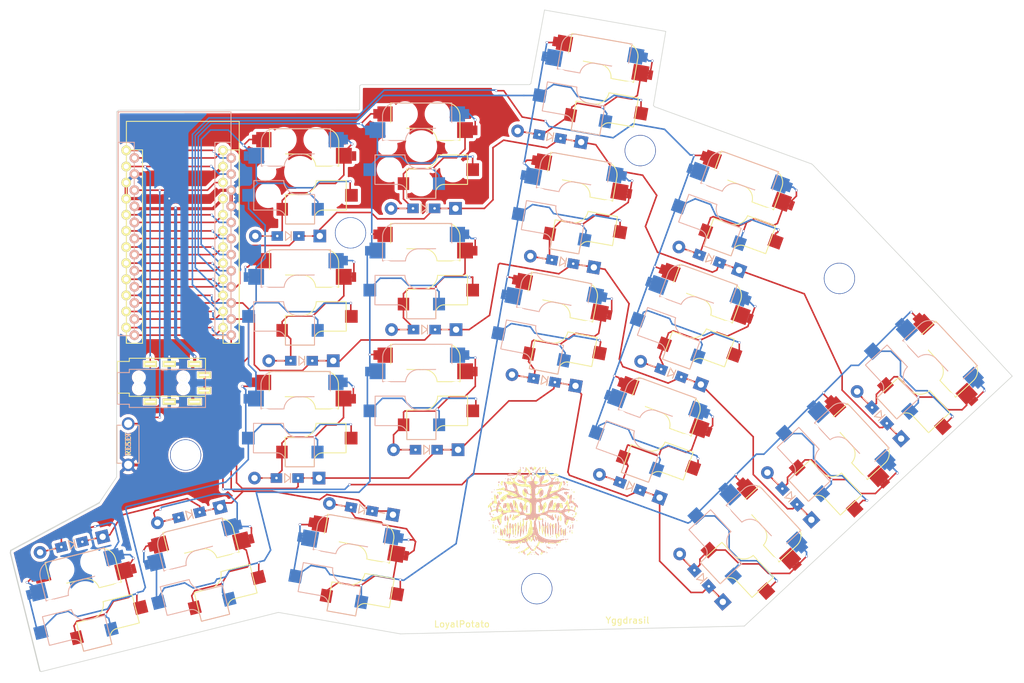
<source format=kicad_pcb>
(kicad_pcb (version 20211014) (generator pcbnew)
  (title_block (title "Yggdrasil") (rev "1.0.0") (company "LoyalPotato"))
  (layers (0 "F.Cu" signal) (31 "B.Cu" signal) (34 "B.Paste" user) (35 "F.Paste" user) (36 "B.SilkS" user "B.Silkscreen") (37 "F.SilkS" user "F.Silkscreen") (38 "B.Mask" user) (39 "F.Mask" user) (44 "Edge.Cuts" user))
  (net 0 "")
  (net 1 "GND")
  (net 2 "RESET")
  (net 3 "unconnected-(U1-Pad24)")
  (net 4 "VCC")
  (net 5 "unconnected-(U1-Pad20)")
  (net 6 "unconnected-(U1-Pad19)")
  (net 7 "unconnected-(U1-Pad18)")
  (net 8 "col0")
  (net 9 "col1")
  (net 10 "col2")
  (net 11 "col3")
  (net 12 "col4")
  (net 13 "row3")
  (net 14 "row2")
  (net 15 "row1")
  (net 16 "row0")
  (net 17 "unconnected-(U1-Pad8)")
  (net 18 "unconnected-(U1-Pad7)")
  (net 19 "SCL")
  (net 20 "SDA")
  (net 21 "DATA")
  (net 22 "unconnected-(U1-Pad1)")
  (net 23 "unconnected-(J2-Pad4)")
  (net 24 "Net-(D1-Pad2)")
  (net 25 "Net-(D2-Pad2)")
  (net 26 "Net-(D3-Pad2)")
  (net 27 "Net-(D4-Pad2)")
  (net 28 "Net-(D5-Pad2)")
  (net 29 "Net-(D6-Pad2)")
  (net 30 "Net-(D7-Pad2)")
  (net 31 "Net-(D8-Pad2)")
  (net 32 "Net-(D9-Pad2)")
  (net 33 "Net-(D10-Pad2)")
  (net 34 "Net-(D11-Pad2)")
  (net 35 "Net-(D12-Pad2)")
  (net 36 "Net-(D13-Pad2)")
  (net 37 "Net-(D14-Pad2)")
  (net 38 "Net-(D15-Pad2)")
  (net 39 "Net-(D16-Pad2)")
  (net 40 "Net-(D17-Pad2)")
  (net 41 "Net-(D18-Pad2)")
  (footprint "yggdrasil:Cherry_MX_Choc_Hotswap_MX_Spacing" (layer "F.Cu") (at 170.05155 104.838948 -20)
    (fp_text reference "SW14" hide)
    (fp_text value "SW_PUSH" hide)
  )
  (footprint "Lily58-footprint:Diode_TH_SOD123" (layer "F.Cu") (at 126.698559 67.950364 180)
    (fp_text reference "D1" hide)
    (fp_text value "D" hide)
  )
  (footprint "Lily58-footprint:Diode_TH_SOD123" (layer "F.Cu") (at 92.637609 116.574446 -166)
    (fp_text reference "D16" hide)
    (fp_text value "D" hide)
  )
  (footprint "yggdrasil:Cherry_MX_Choc_Hotswap_MX_Spacing" (layer "F.Cu") (at 197.583502 101.958282 -47)
    (fp_text reference "SW10" hide)
    (fp_text value "SW_PUSH" hide)
  )
  (footprint "yggdrasil:Cherry_MX_Choc_Hotswap_MX_Spacing" (layer "F.Cu") (at 183.68103 114.943336 -47)
    (fp_text reference "SW15" hide)
    (fp_text value "SW_PUSH" hide)
  )
  (footprint "Lily58-footprint:HOLE_M2_TH" (layer "F.Cu") (at 165.88104 123.543343 -10)
    (fp_text reference "TH7" hide)
    (fp_text value "HOLE" hide)
  )
  (footprint "Lily58-footprint:Diode_TH_SOD123" (layer "F.Cu") (at 193.085046 71.532677 159)
    (fp_text reference "D4" hide)
    (fp_text value "D" hide)
  )
  (footprint "Lily58-footprint:Diode_TH_SOD123" (layer "F.Cu") (at 167.947212 52.274971 170)
    (fp_text reference "D3" hide)
    (fp_text value "D" hide)
  )
  (footprint "Lily58-footprint:Diode_TH_SOD123" (layer "F.Cu") (at 148.079339 63.59696 180)
    (fp_text reference "D2" hide)
    (fp_text value "D" hide)
  )
  (footprint "Lily58-footprint:Diode_TH_SOD123" (layer "F.Cu") (at 180.565916 107.403715 159)
    (fp_text reference "D14" hide)
    (fp_text value "D" hide)
  )
  (footprint "yggdrasil:Cherry_MX_Choc_Hotswap_MX_Spacing" (layer "F.Cu") (at 162.223915 52.484318 -10)
    (fp_text reference "SW3" hide)
    (fp_text value "SW_PUSH" hide)
  )
  (footprint "yggdrasil:Cherry_MX_Choc_Hotswap_MX_Spacing" (layer "F.Cu") (at 117.56872 87.923944)
    (fp_text reference "SW6" hide)
    (fp_text value "SW_PUSH" hide)
  )
  (footprint "Lily58-footprint:Diode_TH_SOD123" (layer "F.Cu") (at 111.127714 111.914429 -166)
    (fp_text reference "D17" hide)
    (fp_text value "D" hide)
  )
  (footprint "Lily58-footprint:Diode_TH_SOD123" (layer "F.Cu") (at 219.867039 96.231229 133)
    (fp_text reference "D5" hide)
    (fp_text value "D" hide)
  )
  (footprint "yggdrasil:Cherry_MX_Choc_Hotswap_MX_Spacing" (layer "F.Cu") (at 86.715693 138.210423 14)
    (fp_text reference "SW16" hide)
    (fp_text value "SW_PUSH" hide)
  )
  (footprint "yggdrasil:ProMicro_USB_C" (layer "F.Cu") (at 99.768253 84.874041)
    (fp_text reference "U1" hide)
    (fp_text value "ProMicro" hide)
  )
  (footprint "yggdrasil:simple_logo" (layer "F.Cu") (at 165.28103 111.343334)
    (fp_text reference "G***" hide)
    (fp_text value "LOGO" hide)
  )
  (footprint "Lily58-footprint:HOLE_M2_TH" (layer "F.Cu") (at 213.55739 74.634797 -10)
    (fp_text reference "TH3" hide)
    (fp_text value "HOLE" hide)
  )
  (footprint "yggdrasil:Cherry_MX_Choc_Hotswap_MX_Spacing" (layer "F.Cu") (at 136.678734 83.779398)
    (fp_text reference "SW7" hide)
    (fp_text value "SW_PUSH" hide)
  )
  (footprint "Lily58-footprint:Diode_TH_SOD123" (layer "F.Cu") (at 126.57063 106.107852 180)
    (fp_text reference "D11" hide)
    (fp_text value "D" hide)
  )
  (footprint "Lily58-footprint:Diode_TH_SOD123" (layer "F.Cu") (at 169.948499 72.022512 170)
    (fp_text reference "D8" hide)
    (fp_text value "D" hide)
  )
  (footprint "yggdrasil:Cherry_MX_Choc_Hotswap_MX_Spacing" (layer "F.Cu") (at 105.270076 133.486093 14)
    (fp_text reference "SW17" hide)
    (fp_text value "SW_PUSH" hide)
  )
  (footprint "yggdrasil:Cherry_MX_Choc_Hotswap_MX_Spacing" (layer "F.Cu") (at 158.924595 71.195661 -10)
    (fp_text reference "SW8" hide)
    (fp_text value "SW_PUSH" hide)
  )
  (footprint "yggdrasil:Cherry_MX_Choc_Hotswap_MX_Spacing" (layer "F.Cu") (at 123.767088 128.270209 -10)
    (fp_text reference "SW18" hide)
    (fp_text value "SW_PUSH" hide)
  )
  (footprint "Lily58-footprint:Diode_TH_SOD123" (layer "F.Cu") (at 187.063002 89.560849 159)
    (fp_text reference "D9" hide)
    (fp_text value "D" hide)
  )
  (footprint "yggdrasil:Cherry_MX_Choc_Hotswap_MX_Spacing" (layer "F.Cu") (at 136.676094 64.790457)
    (fp_text reference "SW2" hide)
    (fp_text value "SW_PUSH" hide)
  )
  (footprint "Lily58-footprint:Diode_TH_SOD123" (layer "F.Cu") (at 148.478546 101.644304 180)
    (fp_text reference "D12" hide)
    (fp_text value "D" hide)
  )
  (footprint "yggdrasil:simple_logo" (layer "F.Cu") (at 165.28103 111.343334)
    (fp_text reference "G***" hide)
    (fp_text value "LOGO" hide)
  )
  (footprint "Lily58-footprint:MJ-4PP-9" (layer "F.Cu") (at 101.687485 90.225828 90)
    (fp_text reference "J2" hide)
    (fp_text value "4PIN" hide)
  )
  (footprint "Lily58-footprint:Diode_TH_SOD123" (layer "F.Cu") (at 138.296035 111.018542 170)
    (fp_text reference "D18" hide)
    (fp_text value "D" hide)
  )
  (footprint "Lily58-footprint:Diode_TH_SOD123" (layer "F.Cu") (at 148.163098 82.701749 180)
    (fp_text reference "D7" hide)
    (fp_text value "D" hide)
  )
  (footprint "Lily58-footprint:TACT_SWITCH_TVBP06" (layer "F.Cu") (at 101.515839 100.776134 90)
    (fp_text reference "RSW1" hide)
    (fp_text value "SW_RST" hide)
  )
  (footprint "yggdrasil:Cherry_MX_Choc_Hotswap_MX_Spacing" (layer "F.Cu") (at 155.622033 89.925473 -11)
    (fp_text reference "SW13" hide)
    (fp_text value "SW_PUSH" hide)
  )
  (footprint "yggdrasil:Cherry_MX_Choc_Hotswap_MX_Spacing" (layer "F.Cu") (at 117.583443 68.836516)
    (fp_text reference "SW1" hide)
    (fp_text value "SW_PUSH" hide)
  )
  (footprint "Lily58-footprint:Diode_TH_SOD123" (layer "F.Cu") (at 205.731384 109.024052 133)
    (fp_text reference "D10" hide)
    (fp_text value "D" hide)
  )
  (footprint "Lily58-footprint:Diode_TH_SOD123" (layer "F.Cu") (at 167.060465 90.704828 170)
    (fp_text reference "D13" hide)
    (fp_text value "D" hide)
  )
  (footprint "Lily58-footprint:HOLE_M2_TH" (layer "F.Cu") (at 136.534739 67.450809 -10)
    (fp_text reference "TH4" hide)
    (fp_text value "HOLE" hide)
  )
  (footprint "yggdrasil:Cherry_MX_Choc_Hotswap_MX_Spacing" (layer "F.Cu") (at 176.548627 86.996093 -20)
    (fp_text reference "SW9" hide)
    (fp_text value "SW_PUSH" hide)
  )
  (footprint "yggdrasil:Cherry_MX_Choc_Hotswap_MX_Spacing" (layer "F.Cu") (at 117.536639 107.109851)
    (fp_text reference "SW11" hide)
    (fp_text value "SW_PUSH" hide)
  )
  (footprint "Lily58-footprint:HOLE_M2_TH" (layer "F.Cu") (at 182.180536 54.480069 -10)
    (fp_text reference "TH6" hide)
    (fp_text value "HOLE" hide)
  )
  (footprint "Lily58-footprint:Diode_TH_SOD123" (layer "F.Cu") (at 191.844552 121.910328 132)
    (fp_text reference "D15" hide)
    (fp_text value "D" hide)
  )
  (footprint "yggdrasil:Cherry_MX_Choc_Hotswap_MX_Spacing" (layer "F.Cu") (at 183.045722 69.153222 -20)
    (fp_text reference "SW4" hide)
    (fp_text value "SW_PUSH" hide)
  )
  (footprint "Lily58-footprint:HOLE_M2_TH" (layer "F.Cu") (at 110.558705 102.472173 -10)
    (fp_text reference "TH5" hide)
    (fp_text value "HOLE" hide)
  )
  (footprint "Lily58-footprint:Diode_TH_SOD123" (layer "F.Cu") (at 128.815681 87.616783 180)
    (fp_text reference "D6" hide)
    (fp_text value "D" hide)
  )
  (footprint "yggdrasil:Cherry_MX_Choc_Hotswap_MX_Spacing" (layer "F.Cu") (at 211.485969 88.973263 -47)
    (fp_text reference "SW5" hide)
    (fp_text value "SW_PUSH" hide)
  )
  (footprint "yggdrasil:Cherry_MX_Choc_Hotswap_MX_Spacing" (layer "F.Cu") (at 136.696072 102.816105)
    (fp_text reference "SW12" hide)
    (fp_text value "SW_PUSH" hide)
  )
  (footprint "yggdrasil:simple_logo" (layer "B.Cu") (at 165.28103 111.343334 180)
    (fp_text reference "G***" hide)
    (fp_text value "LOGO" hide)
  )
  (gr_line (start 209.482547 56.85712) (end 228.172989 76.399574) (layer "Edge.Cuts") (width 0.1))
  (gr_line (start 100.037125 48.119371) (end 99.689585 48.362727) (layer "Edge.Cuts") (width 0.1))
  (gr_line (start 87.600614 136.502541) (end 87.780208 136.635752) (layer "Edge.Cuts") (width 0.1))
  (gr_line (start 240.781035 90.043335) (end 198.581031 129.443331) (layer "Edge.Cuts") (width 0.1))
  (gr_line (start 99.69181 105.937808) (end 96.940783 110.022148) (layer "Edge.Cuts") (width 0.1))
  (gr_line (start 228.172989 76.399574) (end 240.781035 90.043335) (layer "Edge.Cuts") (width 0.1))
  (gr_line (start 184.415619 47.5631) (end 209.221838 56.60807) (layer "Edge.Cuts") (width 0.1))
  (gr_line (start 87.780208 136.635752) (end 125.171718 127.286679) (layer "Edge.Cuts") (width 0.1))
  (gr_line (start 209.221838 56.60807) (end 209.482547 56.85712) (layer "Edge.Cuts") (width 0.1))
  (gr_line (start 137.98551 44.250252) (end 137.951267 47.899766) (layer "Edge.Cuts") (width 0.1))
  (gr_line (start 164.95115 43.927899) (end 167.098681 32.324535) (layer "Edge.Cuts") (width 0.1))
  (gr_line (start 186.203958 35.693316) (end 184.253388 47.331407) (layer "Edge.Cuts") (width 0.1))
  (gr_line (start 144.375469 130.672818) (end 198.581031 129.443331) (layer "Edge.Cuts") (width 0.1))
  (gr_line (start 184.415619 47.5631) (end 184.253388 47.331407) (layer "Edge.Cuts") (width 0.1))
  (gr_line (start 82.957956 117.913948) (end 87.600614 136.502541) (layer "Edge.Cuts") (width 0.2))
  (gr_line (start 164.95115 43.927899) (end 164.719466 44.090133) (layer "Edge.Cuts") (width 0.1))
  (gr_line (start 138.217206 44.088031) (end 164.719466 44.090133) (layer "Edge.Cuts") (width 0.1))
  (gr_line (start 100.037125 48.119371) (end 137.916532 48.096721) (layer "Edge.Cuts") (width 0.1))
  (gr_line (start 96.940783 110.022148) (end 83.027418 117.52002) (layer "Edge.Cuts") (width 0.2))
  (gr_line (start 137.98551 44.250252) (end 138.217206 44.088031) (layer "Edge.Cuts") (width 0.1))
  (gr_line (start 125.171718 127.286679) (end 144.375469 130.672818) (layer "Edge.Cuts") (width 0.1))
  (gr_line (start 137.951267 47.899766) (end 137.916532 48.096721) (layer "Edge.Cuts") (width 0.1))
  (gr_line (start 83.027418 117.52002) (end 82.957956 117.913948) (layer "Edge.Cuts") (width 0.2))
  (gr_line (start 99.689585 48.362727) (end 99.69181 105.937808) (layer "Edge.Cuts") (width 0.1))
  (gr_line (start 167.098681 32.324535) (end 186.203958 35.693316) (layer "Edge.Cuts") (width 0.1))
  (gr_text "Yggdrasil" (at 180.181035 128.543337) (layer "F.SilkS") (effects (font (size 1 1))))
  (gr_text "LoyalPotato" (at 154.08103 129.143336) (layer "F.SilkS") (effects (font (size 1 1))))
  (segment (start 117.722489 60.739805) (end 117.738266 60.724044) (width 0.5) (layer "F.Cu") (net 1))
  (segment (start 101.21521 62.052529) (end 108.171843 62.052536) (width 0.5) (layer "F.Cu") (net 1))
  (segment (start 102.498251 58.229476) (end 101.199439 59.528301) (width 0.5) (layer "F.Cu") (net 1))
  (segment (start 107.987489 97.136888) (end 107.987489 94.075829) (width 0.5) (layer "F.Cu") (net 1))
  (segment (start 104.981037 97.543332) (end 107.581028 97.543342) (width 0.5) (layer "F.Cu") (net 1))
  (segment (start 117.738266 60.724044) (end 117.738255 63.264045) (width 0.5) (layer "F.Cu") (net 1))
  (segment (start 108.171843 62.052536) (end 114.741871 62.052533) (width 0.5) (layer "F.Cu") (net 1))
  (segment (start 104.181029 103.443334) (end 104.181028 98.343331) (width 0.5) (layer "F.Cu") (net 1))
  (segment (start 107.98749 86.949785) (end 107.981031 86.943338) (width 0.5) (layer "F.Cu") (net 1))
  (segment (start 115.2437 58.18405) (end 116.439442 56.988293) (width 0.5) (layer "F.Cu") (net 1))
  (segment (start 107.987489 94.075829) (end 107.987485 88.12583) (width 0.5) (layer "F.Cu") (net 1))
  (segment (start 102.498247 58.184045) (end 102.498251 58.229476) (width 0.5) (layer "F.Cu") (net 1))
  (segment (start 103.598235 104.026123) (end 104.181029 103.443334) (width 0.5) (layer "F.Cu") (net 1))
  (segment (start 101.199439 59.528301) (end 101.199443 62.068301) (width 0.5) (layer "F.Cu") (net 1))
  (segment (start 116.054593 60.739808) (end 117.722489 60.739805) (width 0.5) (layer "F.Cu") (net 1))
  (segment (start 114.741871 62.052533) (end 116.054593 60.739808) (width 0.5) (layer "F.Cu") (net 1))
  (segment (start 102.498247 58.184045) (end 115.2437 58.18405) (width 0.5) (layer "F.Cu") (net 1))
  (segment (start 107.987485 88.12583) (end 107.98749 86.949785) (width 0.5) (layer "F.Cu") (net 1))
  (segment (start 101.199443 62.068301) (end 101.21521 62.052529) (width 0.5) (layer "F.Cu") (net 1))
  (segment (start 101.515844 104.026127) (end 103.598235 104.026123) (width 0.5) (layer "F.Cu") (net 1))
  (segment (start 104.181028 98.343331) (end 104.981037 97.543332) (width 0.5) (layer "F.Cu") (net 1))
  (segment (start 107.581028 97.543342) (end 107.987489 97.136888) (width 0.5) (layer "F.Cu") (net 1))
  (via (at 107.981037 62.043338) (size 0.4) (drill 0.3) (layers "F.Cu" "B.Cu") (net 1))
  (via (at 107.981031 86.943338) (size 0.4) (drill 0.3) (layers "F.Cu" "B.Cu") (net 1))
  (segment (start 107.981031 86.943338) (end 107.981037 62.043338) (width 0.5) (layer "B.Cu") (net 1))
  (segment (start 115.196074 59.528297) (end 116.439441 59.528301) (width 0.25) (layer "F.Cu") (net 2))
  (segment (start 104.681038 96.543341) (end 103.698244 97.526126) (width 0.25) (layer "F.Cu") (net 2))
  (segment (start 114.000321 60.724043) (end 115.196074 59.528297) (width 0.25) (layer "F.Cu") (net 2))
  (segment (start 102.498257 60.724042) (end 114.000321 60.724043) (width 0.25) (layer "F.Cu") (net 2))
  (segment (start 103.698244 97.526126) (end 101.51584 97.526126) (width 0.25) (layer "F.Cu") (net 2))
  (segment (start 106.48103 96.543341) (end 104.681038 96.543341) (width 0.25) (layer "F.Cu") (net 2))
  (via (at 106.48103 96.543341) (size 0.4) (drill 0.3) (layers "F.Cu" "B.Cu") (net 2))
  (via (at 106.481035 60.743332) (size 0.4) (drill 0.3) (layers "F.Cu" "B.Cu") (net 2))
  (segment (start 106.481035 60.743332) (end 106.48103 96.543341) (width 0.25) (layer "B.Cu") (net 2))
  (segment (start 102.498259 55.644047) (end 115.243696 55.644045) (width 0.25) (layer "F.Cu") (net 3))
  (segment (start 115.243696 55.644045) (end 116.439441 54.448306) (width 0.25) (layer "F.Cu") (net 3))
  (segment (start 102.498254 63.264034) (end 102.877547 63.64334) (width 0.5) (layer "F.Cu") (net 4))
  (segment (start 111.681032 93.769391) (end 111.681032 88.432282) (width 0.5) (layer "F.Cu") (net 4))
  (segment (start 111.987485 86.949785) (end 111.981024 86.943335) (width 0.5) (layer "F.Cu") (net 4))
  (segment (start 102.877547 63.64334) (end 114.864397 63.643338) (width 0.5) (layer "F.Cu") (net 4))
  (segment (start 111.681032 88.432282) (end 111.98749 88.125835) (width 0.5) (layer "F.Cu") (net 4))
  (segment (start 111.98749 94.075834) (end 111.681032 93.769391) (width 0.5) (layer "F.Cu") (net 4))
  (segment (start 114.864397 63.643338) (end 116.43944 62.068303) (width 0.5) (layer "F.Cu") (net 4))
  (segment (start 111.98749 88.125835) (end 111.987485 86.949785) (width 0.5) (layer "F.Cu") (net 4))
  (via (at 111.981024 86.943335) (size 0.4) (drill 0.3) (layers "F.Cu" "B.Cu") (net 4))
  (via (at 108.981036 63.54333) (size 0.4) (drill 0.3) (layers "F.Cu" "B.Cu") (net 4))
  (segment (start 111.981024 86.943335) (end 108.981035 83.943328) (width 0.5) (layer "B.Cu") (net 4))
  (segment (start 108.981035 83.943328) (end 108.981036 63.54333) (width 0.5) (layer "B.Cu") (net 4))
  (segment (start 102.498262 65.804044) (end 115.24369 65.804043) (width 0.25) (layer "F.Cu") (net 5))
  (segment (start 115.24369 65.804043) (end 116.439438 64.608312) (width 0.25) (layer "F.Cu") (net 5))
  (segment (start 102.498251 68.344047) (end 115.2437 68.34404) (width 0.25) (layer "F.Cu") (net 6))
  (segment (start 115.2437 68.34404) (end 116.439432 67.148303) (width 0.25) (layer "F.Cu") (net 6))
  (segment (start 102.498256 70.884049) (end 115.243698 70.884042) (width 0.25) (layer "F.Cu") (net 7))
  (segment (start 115.243698 70.884042) (end 116.439445 69.688299) (width 0.25) (layer "F.Cu") (net 7))
  (segment (start 121.383438 52.736519) (end 122.863437 52.736512) (width 0.25) (layer "F.Cu") (net 8))
  (segment (start 119.681028 53.64333) (end 120.587845 52.736516) (width 0.25) (layer "F.Cu") (net 8))
  (segment (start 121.336636 91.009846) (end 122.816627 91.009849) (width 0.25) (layer "F.Cu") (net 8))
  (segment (start 119.481029 91.643339) (end 120.703142 91.643344) (width 0.25) (layer "F.Cu") (net 8))
  (segment (start 120.349329 72.843338) (end 119.981032 72.843339) (width 0.25) (layer "F.Cu") (net 8))
  (segment (start 87.624678 121.669359) (end 87.968161 121.325881) (width 0.25) (layer "F.Cu") (net 8))
  (segment (start 136.636639 97.698948) (end 136.581028 97.643328) (width 0.25) (layer "F.Cu") (net 8))
  (segment (start 86.507875 121.669366) (end 87.624678 121.669359) (width 0.25) (layer "F.Cu") (net 8))
  (segment (start 121.368721 71.823945) (end 120.349329 72.843338) (width 0.25) (layer "F.Cu") (net 8))
  (segment (start 136.581028 78.543337) (end 136.581028 80.536248) (width 0.25) (layer "F.Cu") (net 8))
  (segment (start 122.848726 71.823937) (end 122.868719 71.843944) (width 0.25) (layer "F.Cu") (net 8))
  (segment (start 102.881036 125.905272) (end 103.48232 126.506559) (width 0.25) (layer "F.Cu") (net 8))
  (segment (start 85.581031 122.543341) (end 85.633897 122.543336) (width 0.25) (layer "F.Cu") (net 8))
  (segment (start 136.581028 80.536248) (end 136.668728 80.623941) (width 0.25) (layer "F.Cu") (net 8))
  (segment (start 136.481035 61.334105) (end 136.683436 61.536515) (width 0.25) (layer "F.Cu") (net 8))
  (segment (start 120.703142 91.643344) (end 121.336636 91.009846) (width 0.25) (layer "F.Cu") (net 8))
  (segment (start 102.498253 73.424051) (end 115.243697 73.424046) (width 0.25) (layer "F.Cu") (net 8))
  (segment (start 120.587845 52.736516) (end 121.383438 52.736519) (width 0.25) (layer "F.Cu") (net 8))
  (segment (start 122.863437 52.736512) (end 122.883448 52.756518) (width 0.25) (layer "F.Cu") (net 8))
  (segment (start 136.481027 59.343338) (end 136.481035 61.334105) (width 0.25) (layer "F.Cu") (net 8))
  (segment (start 85.633897 122.543336) (end 86.507875 121.669366) (width 0.25) (layer "F.Cu") (net 8))
  (segment (start 136.636635 99.809844) (end 136.636639 97.698948) (width 0.25) (layer "F.Cu") (net 8))
  (segment (start 122.816627 91.009849) (end 122.836638 91.029858) (width 0.25) (layer "F.Cu") (net 8))
  (segment (start 102.881026 124.343336) (end 102.881036 125.905272) (width 0.25) (layer "F.Cu") (net 8))
  (segment (start 115.243697 73.424046) (end 116.439439 72.228291) (width 0.25) (layer "F.Cu") (net 8))
  (segment (start 121.368721 71.823945) (end 122.848726 71.823937) (width 0.25) (layer "F.Cu") (net 8))
  (via (at 136.581028 78.543337) (size 0.4) (drill 0.3) (layers "F.Cu" "B.Cu") (net 8))
  (via (at 119.481029 91.643339) (size 0.4) (drill 0.3) (layers "F.Cu" "B.Cu") (net 8))
  (via (at 102.881026 124.343336) (size 0.4) (drill 0.3) (layers "F.Cu" "B.Cu") (net 8))
  (via (at 85.581031 122.543341) (size 0.4) (drill 0.3) (layers "F.Cu" "B.Cu") (net 8))
  (via (at 119.681028 53.64333) (size 0.4) (drill 0.3) (layers "F.Cu" "B.Cu") (net 8))
  (via (at 136.481027 59.343338) (size 0.4) (drill 0.3) (layers "F.Cu" "B.Cu") (net 8))
  (via (at 136.581028 97.643328) (size 0.4) (drill 0.3) (layers "F.Cu" "B.Cu") (net 8))
  (via (at 119.981032 72.843339) (size 0.4) (drill 0.3) (layers "F.Cu" "B.Cu") (net 8))
  (segment (start 120.068721 74.423948) (end 121.628723 74.423944) (width 0.25) (layer "B.Cu") (net 8))
  (segment (start 87.619516 123.745842) (end 85.607316 122.536785) (width 0.25) (layer "B.Cu") (net 8))
  (segment (start 114.481027 51.243334) (end 113.00507 52.719297) (width 0.25) (layer "B.Cu") (net 8))
  (segment (start 120.483441 63.645747) (end 123.081025 66.24334) (width 0.25) (layer "B.Cu") (net 8))
  (segment (start 121.683431 55.296517) (end 120.123435 55.296523) (width 0.25) (layer "B.Cu") (net 8))
  (segment (start 101.221588 110.647681) (end 101.10315 110.844788) (width 0.25) (layer "B.Cu") (net 8))
  (segment (start 126.781028 98.943341) (end 125.481029 97.643337) (width 0.25) (layer "B.Cu") (net 8))
  (segment (start 120.036627 93.609845) (end 120.036638 92.198945) (width 0.25) (layer "B.Cu") (net 8))
  (segment (start 102.881026 124.343336) (end 102.995889 124.152181) (width 0.25) (layer "B.Cu") (net 8))
  (segment (start 120.036627 93.609845) (end 120.036636 99.409857) (width 0.25) (layer "B.Cu") (net 8))
  (segment (start 113.00507 52.719297) (end 113.00507 69.267367) (width 0.25) (layer "B.Cu") (net 8))
  (segment (start 92.033681 127.09933) (end 90.252867 127.543336) (width 0.25) (layer "B.Cu") (net 8))
  (segment (start 120.46872 88.231035) (end 121.636632 89.398945) (width 0.25) (layer "B.Cu") (net 8))
  (segment (start 120.483444 61.536516) (end 120.483438 61.140926) (width 0.25) (layer "B.Cu") (net 8))
  (segment (start 103.852493 123.938612) (end 104.216675 123.332498) (width 0.25) (layer "B.Cu") (net 8))
  (segment (start 120.036636 99.409857) (end 120.436638 99.809842) (width 0.25) (layer "B.Cu") (net 8))
  (segment (start 130.481029 98.943342) (end 126.781028 98.943341) (width 0.25) (layer "B.Cu") (net 8))
  (segment (start 121.683444 59.34575) (end 121.981037 59.643339) (width 0.25) (layer "B.Cu") (net 8))
  (segment (start 85.607316 122.536785) (end 85.581031 122.543341) (width 0.25) (layer "B.Cu") (net 8))
  (segment (start 120.483438 61.140926) (end 121.981037 59.643339) (width 0.25) (layer "B.Cu") (net 8))
  (segment (start 85.802963 124.627339) (end 85.875484 124.50663) (width 0.25) (layer "B.Cu") (net 8))
  (segment (start 104.216675 123.332498) (end 101.10315 110.844788) (width 0.25) (layer "B.Cu") (net 8))
  (segment (start 117.281036 51.243344) (end 114.481027 51.243334) (width 0.25) (layer "B.Cu") (net 8))
  (segment (start 121.683431 55.296517) (end 121.683444 59.34575) (width 0.25) (layer "B.Cu") (net 8))
  (segment (start 87.042673 129.599544) (end 85.802963 124.627339) (width 0.25) (layer "B.Cu") (net 8))
  (segment (start 119.981032 72.843339) (end 119.981031 74.336256) (width 0.25) (layer "B.Cu") (net 8))
  (segment (start 131.681031 59.343336) (end 136.481027 59.343338) (width 0.25) (layer "B.Cu") (net 8))
  (segment (start 87.763528 130.032678) (end 87.042673 129.599544) (width 0.25) (layer "B.Cu") (net 8))
  (segment (start 120.468727 79.655646) (end 120.468723 80.623943) (width 0.25) (layer "B.Cu") (net 8))
  (segment (start 130.681033 60.343341) (end 131.681031 59.343336) (width 0.25) (layer "B.Cu") (net 8))
  (segment (start 123.081025 66.24334) (end 123.081033 71.443344) (width 0.25) (layer "B.Cu") (net 8))
  (segment (start 122.603146 97.643339) (end 120.436638 99.809842) (width 0.25) (layer "B.Cu") (net 8))
  (segment (start 136.581028 97.643328) (end 131.781029 97.643346) (width 0.25) (layer "B.Cu") (net 8))
  (segment (start 125.481029 97.643337) (end 122.603146 97.643339) (width 0.25) (layer "B.Cu") (net 8))
  (segment (start 131.034359 79.89) (end 132.381024 78.543335) (width 0.25) (layer "B.Cu") (net 8))
  (segment (start 121.668725 78.455641) (end 125.193345 78.455653) (width 0.25) (layer "B.Cu") (net 8))
  (segment (start 121.628723 74.423944) (end 121.668723 74.383946) (width 0.25) (layer "B.Cu") (net 8))
  (segment (start 102.995889 124.152181) (end 103.852493 123.938612) (width 0.25) (layer "B.Cu") (net 8))
  (segment (start 119.681028 53.64333) (end 117.281036 51.243344) (width 0.25) (layer "B.Cu") (net 8))
  (segment (start 126.781039 60.343339) (end 130.681033 60.343341) (width 0.25) (layer "B.Cu") (net 8))
  (segment (start 132.381024 78.543335) (end 136.581028 78.543337) (width 0.25) (layer "B.Cu") (net 8))
  (segment (start 123.081033 71.443344) (end 121.668726 72.855653) (width 0.25) (layer "B.Cu") (net 8))
  (segment (start 131.781029 97.643346) (end 130.481029 98.943342) (width 0.25) (layer "B.Cu") (net 8))
  (segment (start 120.436638 99.809842) (end 120.436634 103.187724) (width 0.25) (layer "B.Cu") (net 8))
  (segment (start 120.483444 61.536516) (end 120.483441 63.645747) (width 0.25) (layer "B.Cu") (net 8))
  (segment (start 121.668726 72.855653) (end 121.668723 74.383946) (width 0.25) (layer "B.Cu") (net 8))
  (segment (start 90.252867 127.543336) (end 87.763528 130.032678) (width 0.25) (layer "B.Cu") (net 8))
  (segment (start 121.981037 59.643339) (end 126.081035 59.643335) (width 0.25) (layer "B.Cu") (net 8))
  (segment (start 121.334205 55.296515) (end 121.683431 55.296517) (width 0.25) (layer "B.Cu") (net 8))
  (segment (start 126.627692 79.89) (end 131.034359 79.89) (width 0.25) (layer "B.Cu") (net 8))
  (segment (start 115.965991 72.22829) (end 116.439439 72.228291) (width 0.25) (layer "B.Cu") (net 8))
  (segment (start 102.881026 124.343336) (end 102.068729 124.545871) (width 0.25) (layer "B.Cu") (net 8))
  (segment (start 121.636636 93.569848) (end 120.076632 93.56985) (width 0.25) (layer "B.Cu") (net 8))
  (segment (start 120.436634 103.187724) (end 116.881035 106.743337) (width 0.25) (layer "B.Cu") (net 8))
  (segment (start 120.123435 55.296523) (end 120.083448 55.336516) (width 0.25) (layer "B.Cu") (net 8))
  (segment (start 99.061468 125.442328) (end 98.274822 126.751524) (width 0.25) (layer "B.Cu") (net 8))
  (segment (start 120.076632 93.56985) (end 120.036627 93.609845) (width 0.25) (layer "B.Cu") (net 8))
  (segment (start 85.875484 124.50663) (end 86.992403 124.50663) (width 0.25) (layer "B.Cu") (net 8))
  (segment (start 116.881035 106.743337) (end 101.221588 110.647681) (width 0.25) (layer "B.Cu") (net 8))
  (segment (start 102.068729 124.545871) (end 101.965072 124.718382) (width 0.25) (layer "B.Cu") (net 8))
  (segment (start 119.681028 53.64333) (end 121.334205 55.296515) (width 0.25) (layer "B.Cu") (net 8))
  (segment (start 86.992403 124.50663) (end 87.619516 123.745842) (width 0.25) (layer "B.Cu") (net 8))
  (segment (start 120.036638 92.198945) (end 119.481029 91.643339) (width 0.25) (layer "B.Cu") (net 8))
  (segment (start 121.636632 89.398945) (end 121.636636 93.569848) (width 0.25) (layer "B.Cu") (net 8))
  (segment (start 125.193345 78.455653) (end 126.627692 79.89) (width 0.25) (layer "B.Cu") (net 8))
  (segment (start 101.965072 124.718382) (end 99.061468 125.442328) (width 0.25) (layer "B.Cu") (net 8))
  (segment (start 121.668723 74.383946) (end 121.668725 78.455641) (width 0.25) (layer "B.Cu") (net 8))
  (segment (start 126.081035 59.643335) (end 126.781039 60.343339) (width 0.25) (layer "B.Cu") (net 8))
  (segment (start 93.454875 127.953271) (end 92.033681 127.09933) (width 0.25) (layer "B.Cu") (net 8))
  (segment (start 121.668725 78.455641) (end 120.468727 79.655646) (width 0.25) (layer "B.Cu") (net 8))
  (segment (start 113.00507 69.267367) (end 115.965991 72.22829) (width 0.25) (layer "B.Cu") (net 8))
  (segment (start 98.274822 126.751524) (end 93.454875 127.953271) (width 0.25) (layer "B.Cu") (net 8))
  (segment (start 120.468723 80.623943) (end 120.46872 88.231035) (width 0.25) (layer "B.Cu") (net 8))
  (segment (start 119.981031 74.336256) (end 120.068721 74.423948) (width 0.25) (layer "B.Cu") (net 8))
  (segment (start 140.496072 86.716102) (end 141.976071 86.716106) (width 0.25) (layer "F.Cu") (net 9))
  (segment (start 115.243697 75.964041) (end 116.439445 74.768294) (width 0.25) (layer "F.Cu") (net 9))
  (segment (start 140.476096 48.690451) (end 141.956094 48.690446) (width 0.25) (layer "F.Cu") (net 9))
  (segment (start 141.976071 86.716106) (end 141.996066 86.736095) (width 0.25) (layer "F.Cu") (net 9))
  (segment (start 106.522542 116.601551) (end 105.405737 116.601547) (width 0.25) (layer "F.Cu") (net 9))
  (segment (start 103.94704 117.506997) (end 103.981033 117.643328) (width 0.25) (layer "F.Cu") (net 9))
  (segment (start 156.281033 93.64333) (end 156.281032 95.031138) (width 0.25) (layer "F.Cu") (net 9))
  (segment (start 138.181031 50.24333) (end 139.73391 48.690454) (width 0.25) (layer "F.Cu") (net 9))
  (segment (start 122.081036 121.737882) (end 122.036698 121.782221) (width 0.25) (layer "F.Cu") (net 9))
  (segment (start 155.281038 74.443337) (end 155.781034 74.443337) (width 0.25) (layer "F.Cu") (net 9))
  (segment (start 102.498256 75.964038) (end 115.243697 75.964041) (width 0.25) (layer "F.Cu") (net 9))
  (segment (start 105.405737 116.601547) (end 104.329927 116.869785) (width 0.25) (layer "F.Cu") (net 9))
  (segment (start 139.578728 86.641043) (end 140.421007 86.641046) (width 0.25) (layer "F.Cu") (net 9))
  (segment (start 139.881032 67.643337) (end 140.442674 67.64334) (width 0.25) (layer "F.Cu") (net 9))
  (segment (start 140.421007 86.641046) (end 140.496072 86.716102) (width 0.25) (layer "F.Cu") (net 9))
  (segment (start 155.778734 74.445629) (end 155.778738 76.479396) (width 0.25) (layer "F.Cu") (net 9))
  (segment (start 156.281032 95.031138) (end 155.796067 95.516104) (width 0.25) (layer "F.Cu") (net 9))
  (segment (start 155.776094 57.49046) (end 155.776093 55.448275) (width 0.25) (layer "F.Cu") (net 9))
  (segment (start 155.776093 55.448275) (end 155.781033 55.443337) (width 0.25) (layer "F.Cu") (net 9))
  (segment (start 141.956094 48.690446) (end 141.976097 48.710453) (width 0.25) (layer "F.Cu") (net 9))
  (segment (start 122.081027 119.443341) (end 122.081036 121.737882) (width 0.25) (layer "F.Cu") (net 9))
  (segment (start 140.442674 67.64334) (end 140.478738 67.679401) (width 0.25) (layer "F.Cu") (net 9))
  (segment (start 139.73391 48.690454) (end 140.476096 48.690451) (width 0.25) (layer "F.Cu") (net 9))
  (segment (start 140.478738 67.679401) (end 141.958729 67.6794) (width 0.25) (layer "F.Cu") (net 9))
  (segment (start 155.781034 74.443337) (end 155.778734 74.445629) (width 0.25) (layer "F.Cu") (net 9))
  (segment (start 141.958729 67.6794) (end 141.978735 67.699395) (width 0.25) (layer "F.Cu") (net 9))
  (segment (start 104.329927 116.869785) (end 103.94704 117.506997) (width 0.25) (layer "F.Cu") (net 9))
  (via (at 155.281038 74.443337) (size 0.4) (drill 0.3) (layers "F.Cu" "B.Cu") (net 9))
  (via (at 122.081027 119.443341) (size 0.4) (drill 0.3) (layers "F.Cu" "B.Cu") (net 9))
  (via (at 155.781033 55.443337) (size 0.4) (drill 0.3) (layers "F.Cu" "B.Cu") (net 9))
  (via (at 139.578728 86.641043) (size 0.4) (drill 0.3) (layers "F.Cu" "B.Cu") (net 9))
  (via (at 156.281033 93.64333) (size 0.4) (drill 0.3) (layers "F.Cu" "B.Cu") (net 9))
  (via (at 138.181031 50.24333) (size 0.4) (drill 0.3) (layers "F.Cu" "B.Cu") (net 9))
  (via (at 139.881032 67.643337) (size 0.4) (drill 0.3) (layers "F.Cu" "B.Cu") (net 9))
  (via (at 103.981033 117.643328) (size 0.4) (drill 0.3) (layers "F.Cu" "B.Cu") (net 9))
  (segment (start 105.972662 119.356409) (end 105.972669 125.356121) (width 0.25) (layer "B.Cu") (net 9))
  (segment (start 139.881025 57.795397) (end 139.881031 69.34169) (width 0.25) (layer "B.Cu") (net 9))
  (segment (start 149.681028 75.743336) (end 149.881031 75.743329) (width 0.25) (layer "B.Cu") (net 9))
  (segment (start 139.576093 56.948278) (end 139.576095 57.490458) (width 0.25) (layer "B.Cu") (net 9))
  (segment (start 145.681035 75.743336) (end 149.681028 75.743336) (width 0.25) (layer "B.Cu") (net 9))
  (segment (start 141.219496 74.604879) (end 144.542564 74.604884) (width 0.25) (layer "B.Cu") (net 9))
  (segment (start 107.203277 123.432959) (end 110.411486 122.633062) (width 0.25) (layer "B.Cu") (net 9))
  (segment (start 112.555547 52.268822) (end 112.555557 70.884402) (width 0.25) (layer "B.Cu") (net 9))
  (segment (start 149.881031 75.743329) (end 151.081031 74.54333) (width 0.25) (layer "B.Cu") (net 9))
  (segment (start 139.578734 76.245633) (end 141.081034 74.743335) (width 0.25) (layer "B.Cu") (net 9))
  (segment (start 149.381031 56.443337) (end 145.481031 56.443331) (width 0.25) (layer "B.Cu") (net 9))
  (segment (start 112.555557 70.884402) (end 116.439445 74.768294) (width 0.25) (layer "B.Cu") (net 9))
  (segment (start 121.751143 108.343336) (end 121.693546 108.400936) (width 0.25) (layer "B.Cu") (net 9))
  (segment (start 140.776095 55.138397) (end 140.776094 51.250454) (width 0.25) (layer "B.Cu") (net 9))
  (segment (start 123.953098 117.463493) (end 122.962512 119.112113) (width 0.25) (layer "B.Cu") (net 9))
  (segment (start 141.08103 55.443333) (end 140.981029 55.543337) (width 0.25) (layer "B.Cu") (net 9))
  (segment (start 139.196067 95.116098) (end 139.596068 95.516101) (width 0.25) (layer "B.Cu") (net 9))
  (segment (start 139.881031 69.34169) (end 140.778734 70.239402) (width 0.25) (layer "B.Cu") (net 9))
  (segment (start 139.578736 76.479396) (end 139.578734 76.245633) (width 0.25) (layer "B.Cu") (net 9))
  (segment (start 140.756064 89.316097) (end 140.796057 89.276101) (width 0.25) (layer "B.Cu") (net 9))
  (segment (start 139.196071 89.316103) (end 139.196067 95.116098) (width 0.25) (layer "B.Cu") (net 9))
  (segment (start 140.778734 70.239402) (end 139.21874 70.239404) (width 0.25) (layer "B.Cu") (net 9))
  (segment (start 117.527708 120.578611) (end 122.081027 119.443341) (width 0.25) (layer "B.Cu") (net 9))
  (segment (start 140.781031 55.743333) (end 139.576093 56.948278) (width 0.25) (layer "B.Cu") (net 9))
  (segment (start 144.542564 74.604884) (end 145.681035 75.743336) (width 0.25) (layer "B.Cu") (net 9))
  (segment (start 138.181031 50.24333) (end 114.581038 50.243338) (width 0.25) (layer "B.Cu") (net 9))
  (segment (start 111.757044 123.441561) (end 115.149066 122.595837) (width 0.25) (layer "B.Cu") (net 9))
  (segment (start 110.411486 122.633062) (end 111.757044 123.441561) (width 0.25) (layer "B.Cu") (net 9))
  (segment (start 139.578736 76.479396) (end 139.578732 88.933433) (width 0.25) (layer "B.Cu") (net 9))
  (segment (start 150.381025 55.443342) (end 149.381031 56.443337) (width 0.25) (layer "B.Cu") (net 9))
  (segment (start 139.596068 95.516101) (end 139.596061 106.628299) (width 0.25) (layer "B.Cu") (net 9))
  (segment (start 139.21874 70.239404) (end 139.178742 70.279396) (width 0.25) (layer "B.Cu") (net 9))
  (segment (start 104.429873 119.78229) (end 105.546779 119.782296) (width 0.25) (layer "B.Cu") (net 9))
  (segment (start 146.18103 95.043335) (end 149.531027 95.043337) (width 0.25) (layer "B.Cu") (net 9))
  (segment (start 105.546779 119.782296) (end 105.972662 119.356409) (width 0.25) (layer "B.Cu") (net 9))
  (segment (start 116.853174 121.701222) (end 117.527708 120.578611) (width 0.25) (layer "B.Cu") (net 9))
  (segment (start 140.776094 51.250454) (end 139.216095 51.250448) (width 0.25) (layer "B.Cu") (net 9))
  (segment (start 115.149066 122.595837) (end 115.481031 122.043342) (width 0.25) (layer "B.Cu") (net 9))
  (segment (start 151.181035 74.443337) (end 155.281038 74.443337) (width 0.25) (layer "B.Cu") (net 9))
  (segment (start 122.159803 119.312237) (end 122.081027 119.443341) (width 0.25) (layer "B.Cu") (net 9))
  (segment (start 114.581038 50.243338) (end 112.555547 52.268822) (width 0.25) (layer "B.Cu") (net 9))
  (segment (start 141.568834 93.543345) (end 144.681037 93.543344) (width 0.25) (layer "B.Cu") (net 9))
  (segment (start 141.081034 74.743335) (end 141.219496 74.604879) (width 0.25) (layer "B.Cu") (net 9))
  (segment (start 149.531027 95.043337) (end 151.031038 93.543331) (width 0.25) (layer "B.Cu") (net 9))
  (segment (start 155.781033 55.443337) (end 150.381025 55.443342) (width 0.25) (layer "B.Cu") (net 9))
  (segment (start 122.962512 119.112113) (end 122.159803 119.312237) (width 0.25) (layer "B.Cu") (net 9))
  (segment (start 139.596061 106.628299) (end 137.881029 108.343338) (width 0.25) (layer "B.Cu") (net 9))
  (segment (start 106.317907 124.906466) (end 107.203277 123.432959) (width 0.25) (layer "B.Cu") (net 9))
  (segment (start 151.031038 93.543331) (end 156.181024 93.543338) (width 0.25) (layer "B.Cu") (net 9))
  (segment (start 139.178742 70.279396) (end 139.178734 76.079398) (width 0.25) (layer "B.Cu") (net 9))
  (segment (start 115.481031 122.043342) (end 116.853174 121.701222) (width 0.25) (layer "B.Cu") (net 9))
  (segment (start 122.081027 119.443341) (end 122.063443 119.372782) (width 0.25) (layer "B.Cu") (net 9))
  (segment (start 151.081031 74.54333) (end 151.181035 74.443337) (width 0.25) (layer "B.Cu") (net 9))
  (segment (start 140.981029 55.543337) (end 140.781031 55.743333) (width 0.25) (layer "B.Cu") (net 9))
  (segment (start 139.216095 51.250448) (end 139.176096 51.290464) (width 0.25) (layer "B.Cu") (net 9))
  (segment (start 139.578732 88.933433) (end 139.196071 89.316103) (width 0.25) (layer "B.Cu") (net 9))
  (segment (start 106.317906 125.701359) (end 106.317907 124.906466) (width 0.25) (layer "B.Cu") (net 9))
  (segment (start 139.196071 89.316103) (end 140.756064 89.316097) (width 0.25) (layer "B.Cu") (net 9))
  (segment (start 139.576095 57.490458) (end 139.881025 57.795397) (width 0.25) (layer "B.Cu") (net 9))
  (segment (start 103.981033 117.643328) (end 103.981026 119.333456) (width 0.25) (layer "B.Cu") (net 9))
  (segment (start 139.596068 95.516101) (end 141.568834 93.543345) (width 0.25) (layer "B.Cu") (net 9))
  (segment (start 156.181024 93.543338) (end 156.281033 93.64333) (width 0.25) (layer "B.Cu") (net 9))
  (segment (start 144.681037 93.543344) (end 146.18103 95.043335) (width 0.25) (layer "B.Cu") (net 9))
  (segment (start 105.972669 125.356121) (end 106.317906 125.701359) (width 0.25) (layer "B.Cu") (net 9))
  (segment (start 103.981026 119.333456) (end 104.429873 119.78229) (width 0.25) (layer "B.Cu") (net 9))
  (segment (start 144.481039 55.443336) (end 141.08103 55.443333) (width 0.25) (layer "B.Cu") (net 9))
  (segment (start 139.178734 76.079398) (end 139.578736 76.479396) (width 0.25) (layer "B.Cu") (net 9))
  (segment (start 139.176096 51.290464) (end 139.176092 51.238392) (width 0.25) (layer "B.Cu") (net 9))
  (segment (start 121.693546 108.400936) (end 123.953098 117.463493) (width 0.25) (layer "B.Cu") (net 9))
  (segment (start 137.881029 108.343338) (end 121.751143 108.343336) (width 0.25) (layer "B.Cu") (net 9))
  (segment (start 139.176092 51.238392) (end 138.181031 50.24333) (width 0.25) (layer "B.Cu") (net 9))
  (segment (start 141.08103 55.443333) (end 140.776095 55.138397) (width 0.25) (layer "B.Cu") (net 9))
  (segment (start 145.481031 56.443331) (end 144.481039 55.443336) (width 0.25) (layer "B.Cu") (net 9))
  (segment (start 179.002056 67.323247) (end 179.002064 65.564366) (width 0.25) (layer "F.Cu") (net 10))
  (segment (start 163.353609 74.72993) (end 163.633778 75.010095) (width 0.25) (layer "F.Cu") (net 10))
  (segment (start 144.381035 122.143338) (end 144.38103 123.86131) (width 0.25) (layer "F.Cu") (net 10))
  (segment (start 131.77883 113.354839) (end 130.585264 113.35484) (width 0.25) (layer "F.Cu") (net 10))
  (segment (start 167.481036 37.443337) (end 168.607353 37.443343) (width 0.25) (layer "F.Cu") (net 10))
  (segment (start 128.581026 113.44334) (end 129.936422 113.443343) (width 0.25) (layer "F.Cu") (net 10))
  (segment (start 182.281025 46.543342) (end 182.301376 46.563679) (width 0.25) (layer "F.Cu") (net 10))
  (segment (start 144.38103 123.86131) (end 143.844556 124.397797) (width 0.25) (layer "F.Cu") (net 10))
  (segment (start 168.607353 37.443343) (end 168.761923 37.288773) (width 0.25) (layer "F.Cu") (net 10))
  (segment (start 163.881025 56.443336) (end 164.324257 56.000121) (width 0.25) (layer "F.Cu") (net 10))
  (segment (start 102.498249 78.504031) (end 115.243693 78.504044) (width 0.25) (layer "F.Cu") (net 10))
  (segment (start 130.585264 113.35484) (end 130.305088 113.074672) (width 0.25) (layer "F.Cu") (net 10))
  (segment (start 168.761923 37.288773) (end 169.955491 37.288778) (width 0.25) (layer "F.Cu") (net 10))
  (segment (start 175.944105 84.665807) (end 175.699497 86.053057) (width 0.25) (layer "F.Cu") (net 10))
  (segment (start 129.936422 113.443343) (end 130.305088 113.074672) (width 0.25) (layer "F.Cu") (net 10))
  (segment (start 166.656173 56.000122) (end 166.936344 56.280299) (width 0.25) (layer "F.Cu") (net 10))
  (segment (start 115.243693 78.504044) (end 116.439441 77.308291) (width 0.25) (layer "F.Cu") (net 10))
  (segment (start 161.255142 74.388524) (end 162.014774 74.522468) (width 0.25) (layer "F.Cu") (net 10))
  (segment (start 165.462606 56.000124) (end 166.656173 56.000122) (width 0.25) (layer "F.Cu") (net 10))
  (segment (start 175.749073 84.387275) (end 175.944105 84.665807) (width 0.25) (layer "F.Cu") (net 10))
  (segment (start 164.324257 56.000121) (end 165.462606 56.000124) (width 0.25) (layer "F.Cu") (net 10))
  (segment (start 169.955491 37.288778) (end 170.235662 37.56893) (width 0.25) (layer "F.Cu") (net 10))
  (segment (start 182.301376 46.563679) (end 182.301378 48.611897) (width 0.25) (layer "F.Cu") (net 10))
  (segment (start 162.014774 74.522468) (end 162.160044 74.729934) (width 0.25) (layer "F.Cu") (net 10))
  (segment (start 179.002064 65.564366) (end 178.981032 65.543336) (width 0.25) (layer "F.Cu") (net 10))
  (segment (start 162.160044 74.729934) (end 163.353609 74.72993) (width 0.25) (layer "F.Cu") (net 10))
  (via (at 175.749073 84.387275) (size 0.4) (drill 0.3) (layers "F.Cu" "B.Cu") (net 10))
  (via (at 167.481036 37.443337) (size 0.4) (drill 0.3) (layers "F.Cu" "B.Cu") (net 10))
  (via (at 128.581026 113.44334) (size 0.4) (drill 0.3) (layers "F.Cu" "B.Cu") (net 10))
  (via (at 178.981032 65.543336) (size 0.4) (drill 0.3) (layers "F.Cu" "B.Cu") (net 10))
  (via (at 163.881025 56.443336) (size 0.4) (drill 0.3) (layers "F.Cu" "B.Cu") (net 10))
  (via (at 161.255142 74.388524) (size 0.4) (drill 0.3) (layers "F.Cu" "B.Cu") (net 10))
  (via (at 182.281025 46.543342) (size 0.4) (drill 0.3) (layers "F.Cu" "B.Cu") (net 10))
  (via (at 144.381035 122.143338) (size 0.4) (drill 0.3) (layers "F.Cu" "B.Cu") (net 10))
  (segment (start 161.313559 74.347625) (end 163.048168 64.510142) (width 0.25) (layer "B.Cu") (net 10))
  (segment (start 167.474272 37.448074) (end 167.481036 37.443337) (width 0.25) (layer "B.Cu") (net 10))
  (segment (start 131.181038 120.043338) (end 131.183934 120.047479) (width 0.25) (layer "B.Cu") (net 10))
  (segment (start 161.255142 74.388524) (end 161.243557 74.396639) (width 0.25) (layer "B.Cu") (net 10))
  (segment (start 167.859863 63.455134) (end 165.219724 62.989609) (width 0.25) (layer "B.Cu") (net 10))
  (segment (start 168.612827 39.861975) (end 167.268631 39.861979) (width 0.25) (layer "B.Cu") (net 10))
  (segment (start 141.625569 45.798791) (end 137.630552 49.79382) (width 0.25) (layer "B.Cu") (net 10))
  (segment (start 182.281025 46.543342) (end 182.259332 46.512363) (width 0.25) (layer "B.Cu") (net 10))
  (segment (start 166.347489 45.798801) (end 163.836495 45.798788) (width 0.25) (layer "B.Cu") (net 10))
  (segment (start 130.155994 115.647873) (end 128.811804 115.64788) (width 0.25) (layer "B.Cu") (net 10))
  (segment (start 163.881025 56.443336) (end 165.313514 57.875817) (width 0.25) (layer "B.Cu") (net 10))
  (segment (start 165.31351 58.573319) (end 163.647619 58.516597) (width 0.25) (layer "B.Cu") (net 10))
  (segment (start 170.907691 84.19489) (end 165.562623 83.25241) (width 0.25) (layer "B.Cu") (net 10))
  (segment (start 155.905731 105.53276) (end 159.818262 83.343722) (width 0.25) (layer "B.Cu") (net 10))
  (segment (start 154.983567 106.178472) (end 155.905731 105.53276) (width 0.25) (layer "B.Cu") (net 10))
  (segment (start 161.876112 81.748167) (end 159.745605 83.239963) (width 0.25) (layer "B.Cu") (net 10))
  (segment (start 128.573354 113.451011) (end 128.581026 113.44334) (width 0.25) (layer "B.Cu") (net 10))
  (segment (start 164.880248 82.277877) (end 161.876112 81.748167) (width 0.25) (layer "B.Cu") (net 10))
  (segment (start 165.674908 46.26975) (end 166.34749 45.798801) (width 0.25) (layer "B.Cu") (net 10))
  (segment (start 137.630552 49.79382) (end 114.394836 49.793824) (width 0.25) (layer "B.Cu") (net 10))
  (segment (start 153.17272 116.448275) (end 154.983567 106.178472) (width 0.25) (layer "B.Cu") (net 10))
  (segment (start 178.039981 45.768379) (end 176.684584 46.717432) (width 0.25) (layer "B.Cu") (net 10))
  (segment (start 171.286622 44.536962) (end 168.523835 44.049808) (width 0.25) (layer "B.Cu") (net 10))
  (segment (start 144.381035 122.143338) (end 144.906902 122.236063) (width 0.25) (layer "B.Cu") (net 10))
  (segment (start 130.311042 119.889938) (end 131.181038 120.043338) (width 0.25) (layer "B.Cu") (net 10))
  (segment (start 165.313514 57.875817) (end 165.31351 58.573319) (width 0.25) (layer "B.Cu") (net 10))
  (segment (start 168.528408 64.409918) (end 167.859863 63.455134) (width 0.25) (layer "B.Cu") (net 10))
  (segment (start 160.652027 77.150532) (end 159.611953 83.049084) (width 0.25) (layer "B.Cu") (net 10))
  (segment (start 165.219724 62.989609) (end 163.048175 64.510144) (width 0.25) (layer "B.Cu") (net 10))
  (segment (start 161.255142 74.388524) (end 161.313559 74.347625) (width 0.25) (layer "B.Cu") (net 10))
  (segment (start 112.081031 52.107614) (end 112.081035 72.949889) (width 0.25) (layer "B.Cu") (net 10))
  (segment (start 140.061648 121.381713) (end 144.381035 122.143338) (width 0.25) (layer "B.Cu") (net 10))
  (segment (start 171.673707 83.658523) (end 170.907691 84.19489) (width 0.25) (layer "B.Cu") (net 10))
  (segment (start 166.392776 45.541993) (end 166.347489 45.798801) (width 0.25) (layer "B.Cu") (net 10))
  (segment (start 165.562623 83.25241) (end 164.880248 82.277877) (width 0.25) (layer "B.Cu") (net 10))
  (segment (start 174.722366 64.665187) (end 173.767586 65.333726) (width 0.25) (layer "B.Cu") (net 10))
  (segment (start 132.569455 120.291786) (end 133.28629 121.315521) (width 0.25) (layer "B.Cu") (net 10))
  (segment (start 128.573359 115.409428) (end 128.573354 113.451011) (width 0.25) (layer "B.Cu") (net 10))
  (segment (start 168.523835 44.049808) (end 166.392776 45.541993) (width 0.25) (layer "B.Cu") (net 10))
  (segment (start 114.394836 49.793824) (end 112.081031 52.107614) (width 0.25) (layer "B.Cu") (net 10))
  (segment (start 112.081035 72.949889) (end 116.439441 77.308291) (width 0.25) (layer "B.Cu") (net 10))
  (segment (start 163.836495 45.798788) (end 141.625569 45.798791) (width 0.25) (layer "B.Cu") (net 10))
  (segment (start 144.906902 122.236063) (end 153.17272 116.448275) (width 0.25) (layer "B.Cu") (net 10))
  (segment (start 175.749073 84.387275) (end 175.740962 84.375689) (width 0.25) (layer "B.Cu") (net 10))
  (segment (start 127.552574 121.101848) (end 127.890668 121.5847) (width 0.25) (layer "B.Cu") (net 10))
  (segment (start 159.818262 83.343722) (end 159.745605 83.239963) (width 0.25) (layer "B.Cu") (net 10))
  (segment (start 167.099196 39.575213) (end 167.474272 37.448074) (width 0.25) (layer "B.Cu") (net 10))
  (segment (start 127.890668 121.5847) (end 130.311042 119.889938) (width 0.25) (layer "B.Cu") (net 10))
  (segment (start 131.183934 120.047479) (end 132.569455 120.291786) (width 0.25) (layer "B.Cu") (net 10))
  (segment (start 182.259332 46.512363) (end 178.039981 45.768379) (width 0.25) (layer "B.Cu") (net 10))
  (segment (start 128.553899 115.423057) (end 127.552574 121.101848) (width 0.25) (layer "B.Cu") (net 10))
  (segment (start 159.611953 83.049084) (end 159.745605 83.239963) (width 0.25) (layer "B.Cu") (net 10))
  (segment (start 160.82168 76.789242) (end 160.428297 77.064686) (width 0.25) (layer "B.Cu") (net 10))
  (segment (start 161.772499 77.064698) (end 162.010942 77.303139) (width 0.25) (layer "B.Cu") (net 10))
  (segment (start 176.684584 46.717432) (end 172.268127 45.93869) (width 0.25) (layer "B.Cu") (net 10))
  (segment (start 133.28629 121.315521) (end 138.774202 122.283193) (width 0.25) (layer "B.Cu") (net 10))
  (segment (start 138.774202 122.283193) (end 140.061648 121.381713) (width 0.25) (layer "B.Cu") (net 10))
  (segment (start 167.030191 39.623533) (end 166.02303 45.335418) (width 0.25) (layer "B.Cu") (net 10))
  (segment (start 128.811804 115.64788) (end 128.573359 115.409428) (width 0.25) (layer "B.Cu") (net 10))
  (segment (start 167.268631 39.861979) (end 167.030191 39.623533) (width 0.25) (layer "B.Cu") (net 10))
  (segment (start 163.881025 56.443336) (end 165.674908 46.26975) (width 0.25) (layer "B.Cu") (net 10))
  (segment (start 163.647619 58.516597) (end 162.682806 63.988341) (width 0.25) (layer "B.Cu") (net 10))
  (segment (start 175.740962 84.375689) (end 171.673707 83.658523) (width 0.25) (layer "B.Cu") (net 10))
  (segment (start 160.428297 77.064686) (end 161.772499 77.064698) (width 0.25) (layer "B.Cu") (net 10))
  (segment (start 128.573359 115.409428) (end 128.553899 115.423057) (width 0.25) (layer "B.Cu") (net 10))
  (segment (start 167.030191 39.623533) (end 167.099196 39.575213) (width 0.25) (layer "B.Cu") (net 10))
  (segment (start 172.268127 45.93869) (end 171.286622 44.536962) (width 0.25) (layer "B.Cu") (net 10))
  (segment (start 178.981032 65.543336) (end 178.879392 65.398179) (width 0.25) (layer "B.Cu") (net 10))
  (segment (start 162.682806 63.988341) (end 163.048175 64.510144) (width 0.25) (layer "B.Cu") (net 10))
  (segment (start 178.879392 65.398179) (end 174.722366 64.665187) (width 0.25) (layer "B.Cu") (net 10))
  (segment (start 166.02303 45.335418) (end 166.347489 45.798801) (width 0.25) (layer "B.Cu") (net 10))
  (segment (start 161.243557 74.396639) (end 160.82168 76.789242) (width 0.25) (layer "B.Cu") (net 10))
  (segment (start 173.767586 65.333726) (end 168.528408 64.409918) (width 0.25) (layer "B.Cu") (net 10))
  (segment (start 203.490602 67.533775) (end 203.490595 68.826049) (width 0.25) (layer "F.Cu") (net 11))
  (segment (start 115.243687 81.044049) (end 116.439443 79.848299) (width 0.25) (layer "F.Cu") (net 11))
  (segment (start 185.581665 73.187388) (end 185.625988 73.166719) (width 0.25) (layer "F.Cu") (net 11))
  (segment (start 102.498258 81.044045) (end 115.243687 81.044049) (width 0.25) (layer "F.Cu") (net 11))
  (segment (start 192.123077 55.323844) (end 192.993952 55.323843) (width 0.25) (layer "F.Cu") (net 11))
  (segment (start 178.091804 90.01025) (end 178.779655 90.260607) (width 0.25) (layer "F.Cu") (net 11))
  (segment (start 167.249637 49.83646) (end 163.584721 49.190231) (width 0.25) (layer "F.Cu") (net 11))
  (segment (start 191.281032 103.043341) (end 191.281033 103.727175) (width 0.25) (layer "F.Cu") (net 11))
  (segment (start 179.999781 91.009579) (end 180.531603 91.541402) (width 0.25) (layer "F.Cu") (net 11))
  (segment (start 192.993952 55.323843) (end 193.525775 55.855662) (width 0.25) (layer "F.Cu") (net 11))
  (segment (start 197.781031 85.88139) (end 196.993514 86.668916) (width 0.25) (layer "F.Cu") (net 11))
  (segment (start 185.625988 73.166719) (end 187.01675 73.672912) (width 0.25) (layer "F.Cu") (net 11))
  (segment (start 184.468682 72.782296) (end 185.581665 73.187388) (width 0.25) (layer "F.Cu") (net 11))
  (segment (start 197.78103 84.743332) (end 197.781031 85.88139) (width 0.25) (layer "F.Cu") (net 11))
  (segment (start 192.042567 55.243338) (end 192.123077 55.323844) (width 0.25) (layer "F.Cu") (net 11))
  (segment (start 179.128904 91.009573) (end 179.999781 91.009579) (width 0.25) (layer "F.Cu") (net 11))
  (segment (start 160.681032 45.043332) (end 159.481032 45.043337) (width 0.25) (layer "F.Cu") (net 11))
  (segment (start 191.281033 103.727175) (end 190.496428 104.511779) (width 0.25) (layer "F.Cu") (net 11))
  (segment (start 203.811471 67.384149) (end 203.490602 67.533775) (width 0.25) (layer "F.Cu") (net 11))
  (segment (start 163.584721 49.190231) (end 160.681032 45.043332) (width 0.25) (layer "F.Cu") (net 11))
  (segment (start 190.58103 55.243336) (end 192.042567 55.243338) (width 0.25) (layer "F.Cu") (net 11))
  (segment (start 187.01675 73.672912) (end 187.028697 73.698539) (width 0.25) (layer "F.Cu") (net 11))
  (segment (start 178.779655 90.260607) (end 179.128904 91.009573) (width 0.25) (layer "F.Cu") (net 11))
  (segment (start 203.959148 66.97841) (end 203.811471 67.384149) (width 0.25) (layer "F.Cu") (net 11))
  (via (at 159.481032 45.043337) (size 0.4) (drill 0.3) (layers "F.Cu" "B.Cu") (net 11))
  (via (at 190.58103 55.243336) (size 0.4) (drill 0.3) (layers "F.Cu" "B.Cu") (net 11))
  (via (at 184.468682 72.782296) (size 0.4) (drill 0.3) (layers "F.Cu" "B.Cu") (net 11))
  (via (at 178.091804 90.01025) (size 0.4) (drill 0.3) (layers "F.Cu" "B.Cu") (net 11))
  (via (at 191.281032 103.043341) (size 0.4) (drill 0.3) (layers "F.Cu" "B.Cu") (net 11))
  (via (at 203.959148 66.97841) (size 0.4) (drill 0.3) (layers "F.Cu" "B.Cu") (net 11))
  (via (at 197.78103 84.743332) (size 0.4) (drill 0.3) (layers "F.Cu" "B.Cu") (net 11))
  (via (at 167.249637 49.83646) (size 0.4) (drill 0.3) (layers "F.Cu" "B.Cu") (net 11))
  (segment (start 187.216005 81.836218) (end 192.181027 83.643336) (width 0.25) (layer "B.Cu") (net 11))
  (segment (start 167.249637 49.83646) (end 167.244943 49.863058) (width 0.25) (layer "B.Cu") (net 11))
  (segment (start 181.027861 99.954129) (end 185.359845 101.53084) (width 0.25) (layer "B.Cu") (net 11))
  (segment (start 177.030272 93.020367) (end 178.037816 93.020367) (width 0.25) (layer "B.Cu") (net 11))
  (segment (start 197.777081 84.734865) (end 197.78103 84.743332) (width 0.25) (layer "B.Cu") (net 11))
  (segment (start 177.018053 93.008146) (end 175.034338 98.458363) (width 0.25) (layer "B.Cu") (net 11))
  (segment (start 111.631507 75.629535) (end 115.850282 79.848294) (width 0.25) (layer "B.Cu") (net 11))
  (segment (start 181.531411 80.615508) (end 181.770482 81.128193) (width 0.25) (layer "B.Cu") (net 11))
  (segment (start 141.842284 44.946371) (end 137.463173 49.325477) (width 0.25) (layer "B.Cu") (net 11))
  (segment (start 203.959148 66.97841) (end 203.930222 66.91638) (width 0.25) (layer "B.Cu") (net 11))
  (segment (start 177.916943 52.458653) (end 181.056358 50.26041) (width 0.25) (layer "B.Cu") (net 11))
  (segment (start 203.930222 66.91638) (end 199.651604 65.359094) (width 0.25) (layer "B.Cu") (net 11))
  (segment (start 181.056358 50.26041) (end 186.009143 51.133722) (width 0.25) (layer "B.Cu") (net 11))
  (segment (start 184.364845 72.830718) (end 184.468682 72.782296) (width 0.25) (layer "B.Cu") (net 11))
  (segment (start 184.468682 72.782296) (end 184.444776 72.731029) (width 0.25) (layer "B.Cu") (net 11))
  (segment (start 194.072339 64.699487) (end 193.265482 62.969173) (width 0.25) (layer "B.Cu") (net 11))
  (segment (start 199.651604 65.359094) (end 198.000253 66.12913) (width 0.25) (layer "B.Cu") (net 11))
  (segment (start 184.444776 72.731029) (end 187.804064 63.501465) (width 0.25) (layer "B.Cu") (net 11))
  (segment (start 188.057414 62.834624) (end 188.267579 63.285322) (width 0.25) (layer "B.Cu") (net 11))
  (segment (start 185.359845 101.53084) (end 186.577475 100.963054) (width 0.25) (layer "B.Cu") (net 11))
  (segment (start 187.804064 63.501465) (end 188.26758 63.285324) (width 0.25) (layer "B.Cu") (net 11))
  (segment (start 186.577475 100.963054) (end 191.074166 102.599715) (width 0.25) (layer "B.Cu") (net 11))
  (segment (start 184.522685 75.16529) (end 185.03233 75.674929) (width 0.25) (layer "B.Cu") (net 11))
  (segment (start 182.37419 80.846676) (end 182.683513 79.996821) (width 0.25) (layer "B.Cu") (net 11))
  (segment (start 190.521875 57.832071) (end 190.012224 57.322421) (width 0.25) (layer "B.Cu") (net 11))
  (segment (start 198.000253 66.12913) (end 194.072339 64.699487) (width 0.25) (layer "B.Cu") (net 11))
  (segment (start 181.246282 81.372635) (end 181.770482 81.128193) (width 0.25) (layer "B.Cu") (net 11))
  (segment (start 178.101575 90.031201) (end 178.091804 90.01025) (width 0.25) (layer "B.Cu") (net 11))
  (segment (start 181.770492 81.128184) (end 182.37419 80.846676) (width 0.25) (layer "B.Cu") (net 11))
  (segment (start 178.104621 90.004272) (end 181.246282 81.372635) (width 0.25) (layer "B.Cu") (net 11))
  (segment (start 190.041132 57.384407) (end 188.057414 62.834624) (width 0.25) (layer "B.Cu") (net 11))
  (segment (start 182.683513 79.996821) (end 183.323218 79.698521) (width 0.25) (layer "B.Cu") (net 11))
  (segment (start 175.684071 97.842764) (end 177.008233 97.225299) (width 0.25) (layer "B.Cu") (net 11))
  (segment (start 167.244943 49.863058) (end 167.815181 50.677438) (width 0.25) (layer "B.Cu") (net 11))
  (segment (start 159.481032 45.043337) (end 159.384065 44.946362) (width 0.25) (layer "B.Cu") (net 11))
  (segment (start 190.055421 55.18) (end 190.517694 55.18) (width 0.25) (layer "B.Cu") (net 11))
  (segment (start 180.316951 98.429568) (end 181.027861 99.954129) (width 0.25) (layer "B.Cu") (net 11))
  (segment (start 190.012224 57.322421) (end 189.969413 57.230598) (width 0.25) (layer "B.Cu") (net 11))
  (segment (start 183.323218 79.698521) (end 186.811165 80.968029) (width 0.25) (layer "B.Cu") (net 11))
  (segment (start 178.037816 93.020367) (end 178.535242 93.517793) (width 0.25) (layer "B.Cu") (net 11))
  (segment (start 183.515138 75.16529) (end 184.522685 75.16529) (width 0.25) (layer "B.Cu") (net 11))
  (segment (start 159.384065 44.946362) (end 141.842284 44.946371) (width 0.25) (layer "B.Cu") (net 11))
  (segment (start 192.181027 83.643336) (end 193.319525 83.112448) (width 0.25) (layer "B.Cu") (net 11))
  (segment (start 193.265482 62.969173) (end 190.839286 62.086112) (width 0.25) (layer "B.Cu") (net 11))
  (segment (start 137.463173 49.325477) (end 114.227456 49.325477) (width 0.25) (layer "B.Cu") (net 11))
  (segment (start 115.850282 79.848294) (end 116.439443 79.848299) (width 0.25) (layer "B.Cu") (net 11))
  (segment (start 191.074166 102.599715) (end 191.281032 103.043341) (width 0.25) (layer "B.Cu") (net 11))
  (segment (start 186.009143 51.133722) (end 190.055421 55.18) (width 0.25) (layer "B.Cu") (net 11))
  (segment (start 178.091804 90.01025) (end 178.104621 90.004272) (width 0.25) (layer "B.Cu") (net 11))
  (segment (start 190.839286 62.086112) (end 188.267579 63.285322) (width 0.25) (layer "B.Cu") (net 11))
  (segment (start 190.643756 55.377855) (end 190.58103 55.243336) (width 0.25) (layer "B.Cu") (net 11))
  (segment (start 167.815181 50.677438) (end 177.916943 52.458653) (width 0.25) (layer "B.Cu") (net 11))
  (segment (start 186.811165 80.968029) (end 187.216005 81.836218) (width 0.25) (layer "B.Cu") (net 11))
  (segment (start 183.515132 75.165295) (end 184.364845 72.830718) (width 0.25) (layer "B.Cu") (net 11))
  (segment (start 177.018053 93.008146) (end 178.101575 90.031201) (width 0.25) (layer "B.Cu") (net 11))
  (segment (start 111.631514 51.921434) (end 111.631507 75.629535) (width 0.25) (layer "B.Cu") (net 11))
  (segment (start 114.227456 49.325477) (end 111.631514 51.921434) (width 0.25) (layer "B.Cu") (net 11))
  (segment (start 191.529411 57.832067) (end 190.521875 57.832071) (width 0.25) (layer "B.Cu") (net 11))
  (segment (start 177.008233 97.225299) (end 180.316951 98.429568) (width 0.25) (layer "B.Cu") (net 11))
  (segment (start 190.517694 55.18) (end 190.58103 55.243336) (width 0.25) (layer "B.Cu") (net 11))
  (segment (start 175.034338 98.458363) (end 175.273406 98.971049) (width 0.25) (layer "B.Cu") (net 11))
  (segment (start 189.969413 57.230598) (end 190.643756 55.377855) (width 0.25) (layer "B.Cu") (net 11))
  (segment (start 175.273407 98.971052) (end 175.684071 97.842764) (width 0.25) (layer "B.Cu") (net 11))
  (segment (start 183.515132 75.165295) (end 181.531411 80.615508) (width 0.25) (layer "B.Cu") (net 11))
  (segment (start 193.319525 83.112448) (end 197.777081 84.734865) (width 0.25) (layer "B.Cu") (net 11))
  (segment (start 190.012224 57.322421) (end 190.041132 57.384407) (width 0.25) (layer "B.Cu") (net 11))
  (segment (start 177.018053 93.008148) (end 177.030272 93.020367) (width 0.25) (layer "B.Cu") (net 11))
  (segment (start 197.280875 105.543178) (end 197.28087 105.975762) (width 0.25) (layer "F.Cu") (net 12))
  (segment (start 116.439443 107.801744) (end 116.439445 82.388304) (width 0.25) (layer "F.Cu") (net 12))
  (segment (start 154.081031 107.143335) (end 136.381027 107.143338) (width 0.25) (layer "F.Cu") (net 12))
  (segment (start 197.28087 105.975762) (end 198.047418 106.742313) (width 0.25) (layer "F.Cu") (net 12))
  (segment (start 225.852362 80.772222) (end 225.709917 80.772221) (width 0.25) (layer "F.Cu") (net 12))
  (segment (start 165.281033 105.443337) (end 155.781026 105.443342) (width 0.25) (layer "F.Cu") (net 12))
  (segment (start 155.781026 105.443342) (end 154.481027 106.743337) (width 0.25) (layer "F.Cu") (net 12))
  (segment (start 231.371214 96.443334) (end 229.851026 97.963519) (width 0.25) (layer "F.Cu") (net 12))
  (segment (start 211.949889 93.757269) (end 211.949888 93.859568) (width 0.25) (layer "F.Cu") (net 12))
  (segment (start 198.047418 106.742313) (end 198.047419 106.844605) (width 0.25) (layer "F.Cu") (net 12))
  (segment (start 231.381026 96.443331) (end 231.371214 96.443334) (width 0.25) (layer "F.Cu") (net 12))
  (segment (start 115.243696 83.584045) (end 116.439445 82.388304) (width 0.25) (layer "F.Cu") (net 12))
  (segment (start 211.949888 93.859568) (end 212.958251 94.867936) (width 0.25) (layer "F.Cu") (net 12))
  (segment (start 217.253776 109.643335) (end 215.948557 110.948558) (width 0.25) (layer "F.Cu") (net 12))
  (segment (start 198.047419 106.844605) (end 199.055787 107.852979) (width 0.25) (layer "F.Cu") (net 12))
  (segment (start 211.089586 92.89696) (end 211.949889 93.757269) (width 0.25) (layer "F.Cu") (net 12))
  (segment (start 154.481027 106.743337) (end 154.081031 107.143335) (width 0.25) (layer "F.Cu") (net 12))
  (segment (start 203.681034 122.343327) (end 203.636348 122.343342) (width 0.25) (layer "F.Cu") (net 12))
  (segment (start 203.636348 122.343342) (end 202.046083 123.933601) (width 0.25) (layer "F.Cu") (net 12))
  (segment (start 217.881029 109.643339) (end 217.253776 109.643335) (width 0.25) (layer "F.Cu") (net 12))
  (segment (start 211.089583 92.651884) (end 211.089586 92.89696) (width 0.25) (layer "F.Cu") (net 12))
  (segment (start 225.709917 80.772221) (end 224.881034 79.943347) (width 0.25) (layer "F.Cu") (net 12))
  (segment (start 116.481029 107.843336) (end 116.439443 107.801744) (width 0.25) (layer "F.Cu") (net 12))
  (segment (start 102.498252 83.584045) (end 115.243696 83.584045) (width 0.25) (layer "F.Cu") (net 12))
  (via (at 165.281033 105.443337) (size 0.4) (drill 0.3) (layers "F.Cu" "B.Cu") (net 12))
  (via (at 217.881029 109.643339) (size 0.4) (drill 0.3) (layers "F.Cu" "B.Cu") (net 12))
  (via (at 211.089583 92.651884) (size 0.4) (drill 0.3) (layers "F.Cu" "B.Cu") (net 12))
  (via (at 197.280875 105.543178) (size 0.4) (drill 0.3) (layers "F.Cu" "B.Cu") (net 12))
  (via (at 203.681034 122.343327) (size 0.4) (drill 0.3) (layers "F.Cu" "B.Cu") (net 12))
  (via (at 224.881034 79.943347) (size 0.4) (drill 0.3) (layers "F.Cu" "B.Cu") (net 12))
  (via (at 116.481029 107.843336) (size 0.4) (drill 0.3) (layers "F.Cu" "B.Cu") (net 12))
  (via (at 231.381026 96.443331) (size 0.4) (drill 0.3) (layers "F.Cu" "B.Cu") (net 12))
  (via (at 136.381027 107.143338) (size 0.4) (drill 0.3) (layers "F.Cu" "B.Cu") (net 12))
  (segment (start 218.802651 86.115589) (end 221.653286 86.115591) (width 0.25) (layer "B.Cu") (net 12))
  (segment (start 225.581033 92.343336) (end 227.381021 92.34334) (width 0.25) (layer "B.Cu") (net 12))
  (segment (start 168.38104 105.443345) (end 165.281033 105.443337) (width 0.25) (layer "B.Cu") (net 12))
  (segment (start 201.657474 102.343339) (end 200.480716 102.343338) (width 0.25) (layer "B.Cu") (net 12))
  (segment (start 215.398137 88.343333) (end 216.574897 88.343338) (width 0.25) (layer "B.Cu") (net 12))
  (segment (start 216.574897 88.343338) (end 218.802651 86.115589) (width 0.25) (layer "B.Cu") (net 12))
  (segment (start 116.531513 107.893818) (end 135.63055 107.893816) (width 0.25) (layer "B.Cu") (net 12))
  (segment (start 212.181029 105.743336) (end 209.481031 103.043338) (width 0.25) (layer "B.Cu") (net 12))
  (segment (start 217.881029 109.643339) (end 213.981035 105.74334) (width 0.25) (layer "B.Cu") (net 12))
  (segment (start 221.653286 86.115591) (end 223.081032 87.54333) (width 0.25) (layer "B.Cu") (net 12))
  (segment (start 223.064243 81.617102) (end 224.184693 82.737539) (width 0.25) (layer "B.Cu") (net 12))
  (segment (start 195.259303 107.587178) (end 196.379763 108.707621) (width 0.25) (layer "B.Cu") (net 12))
  (segment (start 230.381035 95.343335) (end 231.381027 96.34334) (width 0.25) (layer "B.Cu") (net 12))
  (segment (start 209.481031 103.043338) (end 209.48104 100.943332) (width 0.25) (layer "B.Cu") (net 12))
  (segment (start 209.48104 100.943332) (end 207.638326 99.100634) (width 0.25) (layer "B.Cu") (net 12))
  (segment (start 223.064246 81.594659) (end 218.802654 85.856257) (width 0.25) (layer "B.Cu") (net 12))
  (segment (start 203.681033 122.243334) (end 200.581038 119.143336) (width 0.25) (layer "B.Cu") (net 12))
  (segment (start 224.715574 79.943345) (end 223.064246 81.594659) (width 0.25) (layer "B.Cu") (net 12))
  (segment (start 209.161773 94.579702) (end 204.900182 98.841291) (width 0.25) (layer "B.Cu") (net 12))
  (segment (start 200.581038 119.143336) (end 197.981032 119.143336) (width 0.25) (layer "B.Cu") (net 12))
  (segment (start 168.38104 105.443345) (end 189.698911 113.202414) (width 0.25) (layer "B.Cu") (net 12))
  (segment (start 203.681034 122.343327) (end 203.681033 122.243334) (width 0.25) (layer "B.Cu") (net 12))
  (segment (start 190.997719 112.085666) (end 190.040048 113.043339) (width 0.25) (layer "B.Cu") (net 12))
  (segment (start 196.181037 117.34334) (end 196.181026 114.343335) (width 0.25) (layer "B.Cu") (net 12))
  (segment (start 223.181035 89.943341) (end 225.581033 92.343336) (width 0.25) (layer "B.Cu") (net 12))
  (segment (start 218.802654 85.856257) (end 218.802651 86.115589) (width 0.25) (layer "B.Cu") (net 12))
  (segment (start 213.981035 105.74334) (end 212.181029 105.743336) (width 0.25) (layer "B.Cu") (net 12))
  (segment (start 116.481029 107.843336) (end 116.531513 107.893818) (width 0.25) (layer "B.Cu") (net 12))
  (segment (start 200.480716 102.343338) (end 195.259302 107.564739) (width 0.25) (layer "B.Cu") (net 12))
  (segment (start 209.161773 94.579702) (end 215.398137 88.343333) (width 0.25) (layer "B.Cu") (net 12))
  (segment (start 204.900175 99.100628) (end 201.657474 102.343339) (width 0.25) (layer "B.Cu") (net 12))
  (segment (start 231.381027 96.34334) (end 231.381026 96.443331) (width 0.25) (layer "B.Cu") (net 12))
  (segment (start 210.28222 95.722591) (end 210.282218 95.700147) (width 0.25) (layer "B.Cu") (net 12))
  (segment (start 195.259302 107.564739) (end 190.997714 111.826334) (width 0.25) (layer "B.Cu") (net 12))
  (segment (start 189.698911 113.202414) (end 190.040048 113.043339) (width 0.25) (layer "B.Cu") (net 12))
  (segment (start 224.881034 79.943347) (end 224.715574 79.943345) (width 0.25) (layer "B.Cu") (net 12))
  (segment (start 204.900182 98.841291) (end 204.900175 99.100628) (width 0.25) (layer "B.Cu") (net 12))
  (segment (start 196.181026 114.343335) (end 193.923366 112.08567) (width 0.25) (layer "B.Cu") (net 12))
  (segment (start 190.997714 111.826334) (end 190.997719 112.085666) (width 0.25) (layer "B.Cu") (net 12))
  (segment (start 195.259302 107.564739) (end 195.259303 107.587178) (width 0.25) (layer "B.Cu") (net 12))
  (segment (start 227.381021 92.34334) (end 230.381035 95.343335) (width 0.25) (layer "B.Cu") (net 12))
  (segment (start 197.981032 119.143336) (end 196.181037 117.34334) (width 0.25) (layer "B.Cu") (net 12))
  (segment (start 223.064246 81.594659) (end 223.064243 81.617102) (width 0.25) (layer "B.Cu") (net 12))
  (segment (start 223.081032 87.54333) (end 223.181028 87.643341) (width 0.25) (layer "B.Cu") (net 12))
  (segment (start 193.923366 112.08567) (end 190.997719 112.085666) (width 0.25) (layer "B.Cu") (net 12))
  (segment (start 223.181028 87.643341) (end 223.181035 89.943341) (width 0.25) (layer "B.Cu") (net 12))
  (segment (start 207.638326 99.100634) (end 204.900175 99.100628) (width 0.25) (layer "B.Cu") (net 12))
  (segment (start 210.282218 95.700147) (end 209.161773 94.579702) (width 0.25) (layer "B.Cu") (net 12))
  (segment (start 135.63055 107.893816) (end 136.381027 107.143338) (width 0.25) (layer "B.Cu") (net 12))
  (segment (start 137.814043 109.591713) (end 139.536074 111.313744) (width 0.25) (layer "F.Cu") (net 13))
  (segment (start 119.408358 108.192853) (end 124.222842 108.192855) (width 0.25) (layer "F.Cu") (net 13))
  (segment (start 112.777222 110.539531) (end 112.947024 111.220569) (width 0.25) (layer "F.Cu") (net 13))
  (segment (start 116.384475 110.033819) (end 115.97981 110.707285) (width 0.25) (layer "F.Cu") (net 13))
  (segment (start 112.777219 111.503165) (end 112.780301 111.505013) (width 0.25) (layer "F.Cu") (net 13))
  (segment (start 131.653512 109.512761) (end 132.802719 108.70808) (width 0.25) (layer "F.Cu") (net 13))
  (segment (start 119.626866 108.192854) (end 117.785908 110.033816) (width 0.25) (layer "F.Cu") (net 13))
  (segment (start 115.97981 110.707285) (end 116.304352 110.167158) (width 0.25) (layer "F.Cu") (net 13))
  (segment (start 101.199438 82.388302) (end 114.736069 82.388293) (width 0.25) (layer "F.Cu") (net 13))
  (segment (start 117.785908 110.033816) (end 116.384475 110.033819) (width 0.25) (layer "F.Cu") (net 13))
  (segment (start 117.738253 107.767753) (end 118.163363 108.192853) (width 0.25) (layer "F.Cu") (net 13))
  (segment (start 94.295469 116.149286) (end 98.612053 115.073043) (width 0.25) (layer "F.Cu") (net 13))
  (segment (start 139.536074 111.313744) (end 142.644093 111.313744) (width 0.25) (layer "F.Cu") (net 13))
  (segment (start 119.408358 108.192853) (end 119.626866 108.192854) (width 0.25) (layer "F.Cu") (net 13))
  (segment (start 112.780301 111.505013) (end 115.97981 110.707285) (width 0.25) (layer "F.Cu") (net 13))
  (segment (start 117.738254 83.584034) (end 117.738253 107.767753) (width 0.25) (layer "F.Cu") (net 13))
  (segment (start 124.222842 108.192855) (end 124.234593 108.204604) (width 0.25) (layer "F.Cu") (net 13))
  (segment (start 100.498541 111.933402) (end 110.815824 109.361005) (width 0.25) (layer "F.Cu") (net 13))
  (segment (start 142.644093 111.313744) (end 143.219633 111.889284) (width 0.25) (layer "F.Cu") (net 13))
  (segment (start 94.287103 116.163183) (end 94.295469 116.149286) (width 0.25) (layer "F.Cu") (net 13))
  (segment (start 110.815824 109.361005) (end 112.777222 110.539531) (width 0.25) (layer "F.Cu") (net 13))
  (segment (start 132.802719 108.70808) (end 137.814043 109.591713) (width 0.25) (layer "F.Cu") (net 13))
  (segment (start 112.947024 111.220569) (end 112.777219 111.503165) (width 0.25) (layer "F.Cu") (net 13))
  (segment (start 124.234593 108.204604) (end 131.653512 109.512761) (width 0.25) (layer "F.Cu") (net 13))
  (segment (start 114.736069 82.388293) (end 114.781038 82.343344) (width 0.25) (layer "F.Cu") (net 13))
  (segment (start 118.163363 108.192853) (end 119.408358 108.192853) (width 0.25) (layer "F.Cu") (net 13))
  (segment (start 98.612053 115.073043) (end 100.498541 111.933402) (width 0.25) (layer "F.Cu") (net 13))
  (via (at 114.781038 82.343344) (size 0.4) (drill 0.3) (layers "F.Cu" "B.Cu") (net 13))
  (segment (start 114.781025 82.74334) (end 115.62174 83.584037) (width 0.25) (layer "B.Cu") (net 13))
  (segment (start 114.781038 82.343344) (end 114.781025 82.74334) (width 0.25) (layer "B.Cu") (net 13))
  (segment (start 115.62174 83.584037) (end 117.738254 83.584034) (width 0.25) (layer "B.Cu") (net 13))
  (segment (start 185.232913 119.195222) (end 190.181035 124.143341) (width 0.25) (layer "F.Cu") (net 14))
  (segment (start 128.270632 106.10785) (end 131.568098 106.107845) (width 0.25) (layer "F.Cu") (net 14))
  (segment (start 120.481032 81.443336) (end 120.481031 87.043328) (width 0.25) (layer "F.Cu") (net 14))
  (segment (start 118.581034 106.843329) (end 119.48103 107.743335) (width 0.25) (layer "F.Cu") (net 14))
  (segment (start 171.025552 105.667708) (end 180.09969 108.970427) (width 0.25) (layer "F.Cu") (net 14))
  (segment (start 172.934147 92.932426) (end 170.781032 105.143333) (width 0.25) (layer "F.Cu") (net 14))
  (segment (start 180.09969 108.970427) (end 182.153001 108.012952) (width 0.25) (layer "F.Cu") (net 14))
  (segment (start 185.196973 109.120866) (end 185.232909 109.197929) (width 0.25) (layer "F.Cu") (net 14))
  (segment (start 168.557137 92.006705) (end 168.734638 91.000028) (width 0.25) (layer "F.Cu") (net 14))
  (segment (start 170.781032 105.143333) (end 171.025552 105.667708) (width 0.25) (layer "F.Cu") (net 14))
  (segment (start 101.199444 79.848298) (end 114.876069 79.848288) (width 0.25) (layer "F.Cu") (net 14))
  (segment (start 185.232909 109.197929) (end 185.232913 119.195222) (width 0.25) (layer "F.Cu") (net 14))
  (segment (start 117.738248 81.04404) (end 120.081739 81.044047) (width 0.25) (layer "F.Cu") (net 14))
  (segment (start 128.270639 107.432939) (end 128.270632 106.10785) (width 0.25) (layer "F.Cu") (net 14))
  (segment (start 119.48103 107.743335) (end 127.981031 107.74334) (width 0.25) (layer "F.Cu") (net 14))
  (segment (start 153.777522 101.646847) (end 161.481033 93.943338) (width 0.25) (layer "F.Cu") (net 14))
  (segment (start 190.181035 124.143341) (end 192.012411 124.143335) (width 0.25) (layer "F.Cu") (net 14))
  (segment (start 195.188324 125.379918) (end 195.188318 125.627752) (width 0.25) (layer "F.Cu") (net 14))
  (segment (start 171.984066 91.575572) (end 172.934147 92.932426) (width 0.25) (layer "F.Cu") (net 14))
  (segment (start 118.581029 88.94334) (end 118.581034 106.843329) (width 0.25) (layer "F.Cu") (net 14))
  (segment (start 153.478548 101.646841) (end 153.777522 101.646847) (width 0.25) (layer "F.Cu") (net 14))
  (segment (start 192.982076 123.173674) (end 195.188324 125.379918) (width 0.25) (layer "F.Cu") (net 14))
  (segment (start 150.17855 101.644304) (end 153.476015 101.644309) (width 0.25) (layer "F.Cu") (net 14))
  (segment (start 120.481031 87.043328) (end 118.581029 88.94334) (width 0.25) (layer "F.Cu") (net 14))
  (segment (start 192.012411 124.143335) (end 192.982076 123.173674) (width 0.25) (layer "F.Cu") (net 14))
  (segment (start 145.712471 106.110388) (end 150.17855 101.644304) (width 0.25) (layer "F.Cu") (net 14))
  (segment (start 165.79134 93.943338) (end 168.557137 92.006705) (width 0.25) (layer "F.Cu") (net 14))
  (segment (start 127.981031 107.74334) (end 128.281028 107.443341) (width 0.25) (layer "F.Cu") (net 14))
  (segment (start 182.153001 108.012952) (end 185.196973 109.120866) (width 0.25) (layer "F.Cu") (net 14))
  (segment (start 153.476015 101.644309) (end 153.478548 101.646841) (width 0.25) (layer "F.Cu") (net 14))
  (segment (start 120.081739 81.044047) (end 120.481032 81.443336) (width 0.25) (layer "F.Cu") (net 14))
  (segment (start 128.281028 107.443341) (end 128.270639 107.432939) (width 0.25) (layer "F.Cu") (net 14))
  (segment (start 168.734638 91.000028) (end 171.982004 91.572628) (width 0.25) (layer "F.Cu") (net 14))
  (segment (start 161.481033 93.943338) (end 165.79134 93.943338) (width 0.25) (layer "F.Cu") (net 14))
  (segment (start 114.876069 79.848288) (end 114.88103 79.843344) (width 0.25) (layer "F.Cu") (net 14))
  (segment (start 131.568098 106.107845) (end 131.570637 106.110386) (width 0.25) (layer "F.Cu") (net 14))
  (segment (start 131.570637 106.110386) (end 145.712471 106.110388) (width 0.25) (layer "F.Cu") (net 14))
  (via (at 114.88103 79.843344) (size 0.4) (drill 0.3) (layers "F.Cu" "B.Cu") (net 14))
  (segment (start 115.281735 81.044047) (end 117.738248 81.04404) (width 0.25) (layer "B.Cu") (net 14))
  (segment (start 114.881028 80.643337) (end 115.281735 81.044047) (width 0.25) (layer "B.Cu") (net 14))
  (segment (start 114.88103 79.843344) (end 114.881028 80.643337) (width 0.25) (layer "B.Cu") (net 14))
  (segment (start 158.439846 80.449784) (end 159.853003 72.435377) (width 0.25) (layer "F.Cu") (net 15))
  (segment (start 101.199449 77.308299) (end 114.645989 77.308296) (width 0.25) (layer "F.Cu") (net 15))
  (segment (start 121.381033 80.343335) (end 121.381035 88.243334) (width 0.25) (layer "F.Cu") (net 15))
  (segment (start 199.981035 99.606101) (end 199.981025 105.543347) (width 0.25) (layer "F.Cu") (net 15))
  (segment (start 199.981025 105.543347) (end 205.381029 110.943341) (width 0.25) (layer "F.Cu") (net 15))
  (segment (start 128.977127 89.155334) (end 130.515682 87.616776) (width 0.25) (layer "F.Cu") (net 15))
  (segment (start 206.214797 110.943332) (end 206.890771 110.267359) (width 0.25) (layer "F.Cu") (net 15))
  (segment (start 209.139522 112.516093) (end 209.139511 112.682558) (width 0.25) (layer "F.Cu") (net 15))
  (segment (start 133.81314 87.616773) (end 133.815681 87.619318) (width 0.25) (layer "F.Cu") (net 15))
  (segment (start 138.181032 84.343332) (end 148.221511 84.343339) (width 0.25) (layer "F.Cu") (net 15))
  (segment (start 206.890771 110.267359) (end 209.139522 112.516093) (width 0.25) (layer "F.Cu") (net 15))
  (segment (start 155.220075 82.70429) (end 158.439846 80.449784) (width 0.25) (layer "F.Cu") (net 15))
  (segment (start 171.622673 72.317712) (end 174.870039 72.890309) (width 0.25) (layer "F.Cu") (net 15))
  (segment (start 178.881028 87.343332) (end 179.440453 88.543028) (width 0.25) (layer "F.Cu") (net 15))
  (segment (start 149.863099 82.701751) (end 153.160563 82.701746) (width 0.25) (layer "F.Cu") (net 15))
  (segment (start 119.541739 78.504042) (end 121.381033 80.343335) (width 0.25) (layer "F.Cu") (net 15))
  (segment (start 174.870039 72.890309) (end 174.872098 72.893254) (width 0.25) (layer "F.Cu") (net 15))
  (segment (start 133.815681 87.619318) (end 134.905061 87.619308) (width 0.25) (layer "F.Cu") (net 15))
  (segment (start 121.381035 88.243334) (end 122.293023 89.155327) (width 0.25) (layer "F.Cu") (net 15))
  (segment (start 160.089832 72.269543) (end 169.357639 73.903706) (width 0.25) (layer "F.Cu") (net 15))
  (segment (start 174.872098 72.893254) (end 176.627472 73.202773) (width 0.25) (layer "F.Cu") (net 15))
  (segment (start 153.160563 82.701746) (end 153.163104 82.704287) (width 0.25) (layer "F.Cu") (net 15))
  (segment (start 205.381029 110.943341) (end 206.214797 110.943332) (width 0.25) (layer "F.Cu") (net 15))
  (segment (start 153.163104 82.704287) (end 155.220075 82.70429) (width 0.25) (layer "F.Cu") (net 15))
  (segment (start 169.357639 73.903706) (end 171.622673 72.317712) (width 0.25) (layer "F.Cu") (net 15))
  (segment (start 130.515682 87.616776) (end 133.81314 87.616773) (width 0.25) (layer "F.Cu") (net 15))
  (segment (start 186.572486 91.138875) (end 188.650088 90.170075) (width 0.25) (layer "F.Cu") (net 15))
  (segment (start 197.899653 97.524721) (end 199.981035 99.606101) (width 0.25) (layer "F.Cu") (net 15))
  (segment (start 122.293023 89.155327) (end 128.977127 89.155334) (width 0.25) (layer "F.Cu") (net 15))
  (segment (start 191.729996 91.355065) (end 197.899653 97.524721) (width 0.25) (layer "F.Cu") (net 15))
  (segment (start 188.650088 90.170075) (end 191.694053 91.277988) (width 0.25) (layer "F.Cu") (net 15))
  (segment (start 117.738254 78.50404) (end 119.541739 78.504042) (width 0.25) (layer "F.Cu") (net 15))
  (segment (start 114.645989 77.308296) (end 114.681028 77.343336) (width 0.25) (layer "F.Cu") (net 15))
  (segment (start 179.440453 88.543028) (end 186.572486 91.138875) (width 0.25) (layer "F.Cu") (net 15))
  (segment (start 176.627472 73.202773) (end 180.419479 78.618325) (width 0.25) (layer "F.Cu") (net 15))
  (segment (start 180.419479 78.618325) (end 178.881028 87.343332) (width 0.25) (layer "F.Cu") (net 15))
  (segment (start 191.694053 91.277988) (end 191.729994 91.35506) (width 0.25) (layer "F.Cu") (net 15))
  (segment (start 148.221511 84.343339) (end 149.863099 82.701751) (width 0.25) (layer "F.Cu") (net 15))
  (segment (start 134.905061 87.619308) (end 138.181032 84.343332) (width 0.25) (layer "F.Cu") (net 15))
  (segment (start 159.853003 72.435377) (end 160.089832 72.269543) (width 0.25) (layer "F.Cu") (net 15))
  (via (at 114.681028 77.343336) (size 0.4) (drill 0.3) (layers "F.Cu" "B.Cu") (net 15))
  (segment (start 115.141739 78.504047) (end 117.738254 78.50404) (width 0.25) (layer "B.Cu") (net 15))
  (segment (start 114.681036 78.043339) (end 115.141739 78.504047) (width 0.25) (layer "B.Cu") (net 15))
  (segment (start 114.681028 77.343336) (end 114.681036 78.043339) (width 0.25) (layer "B.Cu") (net 15))
  (segment (start 118.560325 75.964043) (end 119.081029 75.443334) (width 0.25) (layer "F.Cu") (net 16))
  (segment (start 158.981035 62.243343) (end 158.981035 54.015634) (width 0.25) (layer "F.Cu") (net 16))
  (segment (start 182.554613 58.363684) (end 184.781027 61.543336) (width 0.25) (layer "F.Cu") (net 16))
  (segment (start 175.167826 53.550741) (end 177.972106 57.555667) (width 0.25) (layer "F.Cu") (net 16))
  (segment (start 197.716101 73.249813) (end 197.752041 73.326888) (width 0.25) (layer "F.Cu") (net 16))
  (segment (start 167.51339 54.046213) (end 169.621387 52.57018) (width 0.25) (layer "F.Cu") (net 16))
  (segment (start 119.081029 75.443334) (end 119.081034 71.043343) (width 0.25) (layer "F.Cu") (net 16))
  (segment (start 182.999939 66.436836) (end 184.894825 70.500434) (width 0.25) (layer "F.Cu") (net 16))
  (segment (start 177.972106 57.555667) (end 182.554613 58.363684) (width 0.25) (layer "F.Cu") (net 16))
  (segment (start 120.681031 69.443342) (end 126.905586 69.44334) (width 0.25) (layer "F.Cu") (net 16))
  (segment (start 128.398553 67.95037) (end 131.696009 67.950365) (width 0.25) (layer "F.Cu") (net 16))
  (segment (start 184.781027 61.543336) (end 182.999939 66.436836) (width 0.25) (layer "F.Cu") (net 16))
  (segment (start 160.662549 52.838225) (end 167.51339 54.046213) (width 0.25) (layer "F.Cu") (net 16))
  (segment (start 208.022394 77.064989) (end 213.981039 89.843344) (width 0.25) (layer "F.Cu") (net 16))
  (segment (start 194.672133 72.1419) (end 197.716101 73.249813) (width 0.25) (layer "F.Cu") (net 16))
  (segment (start 184.894825 70.500434) (end 193.549396 73.650438) (width 0.25) (layer "F.Cu") (net 16))
  (segment (start 101.199439 74.768299) (end 114.856078 74.768303) (width 0.25) (layer "F.Cu") (net 16))
  (segment (start 219.881027 98.143334) (end 220.357637 98.143338) (width 0.25) (layer "F.Cu") (net 16))
  (segment (start 114.856078 74.768303) (end 114.881031 74.743339) (width 0.25) (layer "F.Cu") (net 16))
  (segment (start 169.623445 52.573117) (end 175.167826 53.550741) (width 0.25) (layer "F.Cu") (net 16))
  (segment (start 117.738258 75.964045) (end 118.560325 75.964043) (width 0.25) (layer "F.Cu") (net 16))
  (segment (start 194.240339 73.328245) (end 194.672133 72.1419) (width 0.25) (layer "F.Cu") (net 16))
  (segment (start 119.081034 71.043343) (end 120.681031 69.443342) (width 0.25) (layer "F.Cu") (net 16))
  (segment (start 134.381031 64.243329) (end 139.781036 64.243338) (width 0.25) (layer "F.Cu") (net 16))
  (segment (start 139.781036 64.243338) (end 140.781038 65.243335) (width 0.25) (layer "F.Cu") (net 16))
  (segment (start 131.698553 66.925818) (end 134.381031 64.243329) (width 0.25) (layer "F.Cu") (net 16))
  (segment (start 153.079344 63.599497) (end 157.624872 63.599494) (width 0.25) (layer "F.Cu") (net 16))
  (segment (start 220.357637 98.143338) (end 221.026436 97.474533) (width 0.25) (layer "F.Cu") (net 16))
  (segment (start 221.026438 97.640995) (end 223.275173 99.889736) (width 0.25) (layer "F.Cu") (net 16))
  (segment (start 197.752041 73.326888) (end 208.022394 77.064989) (width 0.25) (layer "F.Cu") (net 16))
  (segment (start 131.698557 67.952908) (end 131.698553 66.925818) (width 0.25) (layer "F.Cu") (net 16))
  (segment (start 153.076803 63.596961) (end 153.079344 63.599497) (width 0.25) (layer "F.Cu") (net 16))
  (segment (start 149.779341 63.596955) (end 153.076803 63.596961) (width 0.25) (layer "F.Cu") (net 16))
  (segment (start 221.026436 97.474533) (end 221.026438 97.640995) (width 0.25) (layer "F.Cu") (net 16))
  (segment (start 140.781038 65.243335) (end 148.132964 65.243332) (width 0.25) (layer "F.Cu") (net 16))
  (segment (start 213.981039 89.843344) (end 213.981026 92.24334) (width 0.25) (layer "F.Cu") (net 16))
  (segment (start 158.981035 54.015634) (end 160.662549 52.838225) (width 0.25) (layer "F.Cu") (net 16))
  (segment (start 169.621387 52.57018) (end 169.623445 52.573117) (width 0.25) (layer "F.Cu") (net 16))
  (segment (start 126.905586 69.44334) (end 128.398553 67.95037) (width 0.25) (layer "F.Cu") (net 16))
  (segment (start 157.624872 63.599494) (end 158.981035 62.243343) (width 0.25) (layer "F.Cu") (net 16))
  (segment (start 213.981026 92.24334) (end 219.881027 98.143334) (width 0.25) (layer "F.Cu") (net 16))
  (segment (start 131.696009 67.950365) (end 131.698557 67.952908) (width 0.25) (layer "F.Cu") (net 16))
  (segment (start 148.132964 65.243332) (end 149.779341 63.596955) (width 0.25) (layer "F.Cu") (net 16))
  (segment (start 193.549396 73.650438) (end 194.240339 73.328245) (width 0.25) (layer "F.Cu") (net 16))
  (via (at 114.881031 74.743339) (size 0.4) (drill 0.3) (layers "F.Cu" "B.Cu") (net 16))
  (segment (start 115.981033 75.964044) (end 117.738258 75.964045) (width 0.25) (layer "B.Cu") (net 16))
  (segment (start 114.881024 74.864048) (end 115.981033 75.964044) (width 0.25) (layer "B.Cu") (net 16))
  (segment (start 114.881031 74.743339) (end 114.881024 74.864048) (width 0.25) (layer "B.Cu") (net 16))
  (segment (start 114.781035 72.243342) (end 114.765997 72.228302) (width 0.25) (layer "F.Cu") (net 17))
  (segment (start 114.765997 72.228302) (end 101.199435 72.228299) (width 0.25) (layer "F.Cu") (net 17))
  (via (at 114.781035 72.243342) (size 0.4) (drill 0.3) (layers "F.Cu" "B.Cu") (net 17))
  (segment (start 115.961736 73.424042) (end 117.738259 73.424043) (width 0.25) (layer "B.Cu") (net 17))
  (segment (start 114.781035 72.243342) (end 115.961736 73.424042) (width 0.25) (layer "B.Cu") (net 17))
  (segment (start 101.199435 69.688299) (end 114.725995 69.688302) (width 0.25) (layer "F.Cu") (net 18))
  (segment (start 114.725995 69.688302) (end 114.781032 69.743336) (width 0.25) (layer "F.Cu") (net 18))
  (via (at 114.781032 69.743336) (size 0.4) (drill 0.3) (layers "F.Cu" "B.Cu") (net 18))
  (segment (start 114.781032 69.743336) (end 115.921742 70.884044) (width 0.25) (layer "B.Cu") (net 18))
  (segment (start 115.921742 70.884044) (end 117.738256 70.884046) (width 0.25) (layer "B.Cu") (net 18))
  (segment (start 114.776076 67.148298) (end 114.781032 67.143337) (width 0.25) (layer "F.Cu") (net 19))
  (segment (start 101.199437 67.148305) (end 114.776076 67.148298) (width 0.25) (layer "F.Cu") (net 19))
  (via (at 114.781032 67.143337) (size 0.4) (drill 0.3) (layers "F.Cu" "B.Cu") (net 19))
  (segment (start 115.981737 68.344039) (end 117.738251 68.344043) (width 0.25) (layer "B.Cu") (net 19))
  (segment (start 114.781032 67.143337) (end 115.981737 68.344039) (width 0.25) (layer "B.Cu") (net 19))
  (segment (start 114.645993 64.608304) (end 114.681026 64.643343) (width 0.25) (layer "F.Cu") (net 20))
  (segment (start 101.199445 64.608298) (end 114.645993 64.608304) (width 0.25) (layer "F.Cu") (net 20))
  (via (at 114.681026 64.643343) (size 0.4) (drill 0.3) (layers "F.Cu" "B.Cu") (net 20))
  (segment (start 114.681026 64.643343) (end 115.841741 65.804042) (width 0.25) (layer "B.Cu") (net 20))
  (segment (start 115.841741 65.804042) (end 117.738255 65.804042) (width 0.25) (layer "B.Cu") (net 20))
  (segment (start 114.536079 56.988296) (end 114.581033 56.943335) (width 0.25) (layer "F.Cu") (net 21))
  (segment (start 104.98748 87.049786) (end 104.981036 87.043336) (width 0.25) (layer "F.Cu") (net 21))
  (segment (start 104.987492 94.075838) (end 104.987492 88.125834) (width 0.25) (layer "F.Cu") (net 21))
  (segment (start 104.987492 88.125834) (end 104.98748 87.049786) (width 0.25) (layer "F.Cu") (net 21))
  (segment (start 101.199436 56.988297) (end 114.536079 56.988296) (width 0.25) (layer "F.Cu") (net 21))
  (via (at 114.581033 56.943335) (size 0.4) (drill 0.3) (layers "F.Cu" "B.Cu") (net 21))
  (via (at 104.181025 57.043335) (size 0.4) (drill 0.3) (layers "F.Cu" "B.Cu") (net 21))
  (via (at 104.981036 87.043336) (size 0.4) (drill 0.3) (layers "F.Cu" "B.Cu") (net 21))
  (segment (start 114.581033 56.943335) (end 115.821733 58.184046) (width 0.25) (layer "B.Cu") (net 21))
  (segment (start 104.98103 57.84334) (end 104.181025 57.043335) (width 0.25) (layer "B.Cu") (net 21))
  (segment (start 115.821733 58.184046) (end 117.738254 58.184037) (width 0.25) (layer "B.Cu") (net 21))
  (segment (start 104.981036 87.043336) (end 104.98103 57.84334) (width 0.25) (layer "B.Cu") (net 21))
  (segment (start 114.785997 54.448298) (end 114.981034 54.64334) (width 0.25) (layer "F.Cu") (net 22))
  (segment (start 101.199442 54.448299) (end 114.785997 54.448298) (width 0.25) (layer "F.Cu") (net 22))
  (via (at 114.981034 54.64334) (size 0.4) (drill 0.3) (layers "F.Cu" "B.Cu") (net 22))
  (segment (start 115.98174 55.644044) (end 117.738254 55.644043) (width 0.25) (layer "B.Cu") (net 22))
  (segment (start 114.981034 54.64334) (end 115.98174 55.644044) (width 0.25) (layer "B.Cu") (net 22))
  (segment (start 113.487486 89.875831) (end 113.487481 92.325835) (width 0.25) (layer "F.Cu") (net 23))
  (segment (start 125.78344 62.340929) (end 125.78344 63.736516) (width 0.25) (layer "F.Cu") (net 24))
  (segment (start 125.78344 63.736516) (end 125.78344 67.165478) (width 0.25) (layer "F.Cu") (net 24))
  (segment (start 125.78344 67.165478) (end 124.998559 67.950366) (width 0.25) (layer "F.Cu") (net 24))
  (segment (start 135.483436 54.740932) (end 136.781029 53.443337) (width 0.25) (layer "F.Cu") (net 24))
  (segment (start 126.981029 61.143341) (end 125.78344 62.340929) (width 0.25) (layer "F.Cu") (net 24))
  (segment (start 134.162371 59.661997) (end 131.462376 59.661999) (width 0.25) (layer "F.Cu") (net 24))
  (segment (start 135.483439 58.34093) (end 134.162371 59.661997) (width 0.25) (layer "F.Cu") (net 24))
  (segment (start 124.998559 67.950366) (end 121.541086 67.950364) (width 0.25) (layer "F.Cu") (net 24))
  (segment (start 121.541086 67.950364) (end 121.538556 67.952897) (width 0.25) (layer "F.Cu") (net 24))
  (segment (start 131.462376 59.661999) (end 129.981031 61.143343) (width 0.25) (layer "F.Cu") (net 24))
  (segment (start 135.483441 55.296507) (end 135.483439 58.34093) (width 0.25) (layer "F.Cu") (net 24))
  (segment (start 129.981031 61.143343) (end 126.981029 61.143341) (width 0.25) (layer "F.Cu") (net 24))
  (segment (start 135.483441 55.296507) (end 135.483436 54.740932) (width 0.25) (layer "F.Cu") (net 24))
  (via (at 129.981031 61.143343) (size 0.4) (drill 0.3) (layers "F.Cu" "B.Cu") (net 24))
  (via (at 136.781029 53.443337) (size 0.4) (drill 0.3) (layers "F.Cu" "B.Cu") (net 24))
  (segment (start 131.383438 62.545745) (end 129.981031 61.143343) (width 0.25) (layer "B.Cu") (net 24))
  (segment (start 131.383447 63.736512) (end 131.383438 62.545745) (width 0.25) (layer "B.Cu") (net 24))
  (segment (start 136.781029 53.443337) (end 136.094214 52.756516) (width 0.25) (layer "B.Cu") (net 24))
  (segment (start 136.094214 52.756516) (end 134.283433 52.756516) (width 0.25) (layer "B.Cu") (net 24))
  (segment (start 156.176095 51.290456) (end 154.616097 51.29045) (width 0.25) (layer "F.Cu") (net 25))
  (segment (start 154.616097 51.29045) (end 154.57609 51.250459) (width 0.25) (layer "F.Cu") (net 25))
  (segment (start 145.681035 57.343341) (end 144.876094 58.148273) (width 0.25) (layer "F.Cu") (net 25))
  (segment (start 146.379343 63.596962) (end 142.921878 63.596962) (width 0.25) (layer "F.Cu") (net 25))
  (segment (start 144.876094 58.148273) (end 144.876092 59.690454) (width 0.25) (layer "F.Cu") (net 25))
  (segment (start 156.181035 49.643332) (end 156.181023 51.285515) (width 0.25) (layer "F.Cu") (net 25))
  (segment (start 142.921878 63.596962) (end 142.919341 63.599492) (width 0.25) (layer "F.Cu") (net 25))
  (segment (start 154.57609 51.250459) (end 154.576091 54.263613) (width 0.25) (layer "F.Cu") (net 25))
  (segment (start 144.876095 62.093704) (end 146.379343 63.596962) (width 0.25) (layer "F.Cu") (net 25))
  (segment (start 156.181023 51.285515) (end 156.176095 51.290456) (width 0.25) (layer "F.Cu") (net 25))
  (segment (start 144.876092 59.690454) (end 144.876095 62.093704) (width 0.25) (layer "F.Cu") (net 25))
  (segment (start 153.223766 55.615926) (end 151.20843 55.615934) (width 0.25) (layer "F.Cu") (net 25))
  (segment (start 151.20843 55.615934) (end 149.481031 57.343343) (width 0.25) (layer "F.Cu") (net 25))
  (segment (start 149.481031 57.343343) (end 145.681035 57.343341) (width 0.25) (layer "F.Cu") (net 25))
  (segment (start 154.576091 54.263613) (end 153.223766 55.615926) (width 0.25) (layer "F.Cu") (net 25))
  (via (at 149.481031 57.343343) (size 0.4) (drill 0.3) (layers "F.Cu" "B.Cu") (net 25))
  (via (at 156.181035 49.643332) (size 0.4) (drill 0.3) (layers "F.Cu" "B.Cu") (net 25))
  (segment (start 149.481031 57.343343) (end 150.476091 58.3384) (width 0.25) (layer "B.Cu") (net 25))
  (segment (start 150.476091 58.3384) (end 150.476096 59.690454) (width 0.25) (layer "B.Cu") (net 25))
  (segment (start 155.228148 48.690447) (end 154.876096 48.690455) (width 0.25) (layer "B.Cu") (net 25))
  (segment (start 156.181035 49.643332) (end 155.228148 48.690447) (width 0.25) (layer "B.Cu") (net 25))
  (segment (start 183.454685 42.258317) (end 183.771923 42.575545) (width 0.25) (layer "F.Cu") (net 26))
  (segment (start 176.189425 47.625241) (end 178.562611 45.963518) (width 0.25) (layer "F.Cu") (net 26))
  (segment (start 176.189425 47.625241) (end 176.085164 47.698246) (width 0.25) (layer "F.Cu") (net 26))
  (segment (start 180.893645 46.374542) (end 181.721277 45.795028) (width 0.25) (layer "F.Cu") (net 26))
  (segment (start 183.771922 42.575548) (end 183.771916 42.57555) (width 0.25) (layer "F.Cu") (net 26))
  (segment (start 181.721277 45.795028) (end 182.340623 42.282554) (width 0.25) (layer "F.Cu") (net 26))
  (segment (start 178.562611 45.963518) (end 180.893645 46.374542) (width 0.25) (layer "F.Cu") (net 26))
  (segment (start 171.405613 47.63425) (end 171.184945 48.885714) (width 0.25) (layer "F.Cu") (net 26))
  (segment (start 166.273037 51.979773) (end 166.666972 52.04923) (width 0.25) (layer "F.Cu") (net 26))
  (segment (start 166.666972 52.04923) (end 171.184945 48.885714) (width 0.25) (layer "F.Cu") (net 26))
  (segment (start 166.270091 51.981835) (end 166.273037 51.979773) (width 0.25) (layer "F.Cu") (net 26))
  (segment (start 176.085164 47.698246) (end 172.273961 47.026229) (width 0.25) (layer "F.Cu") (net 26))
  (segment (start 183.704426 42.479166) (end 184.081031 40.343339) (width 0.25) (layer "F.Cu") (net 26))
  (segment (start 182.340623 42.282554) (end 183.454685 42.258317) (width 0.25) (layer "F.Cu") (net 26))
  (segment (start 183.771923 42.575545) (end 183.771922 42.575548) (width 0.25) (layer "F.Cu") (net 26))
  (segment (start 172.273961 47.026229) (end 171.405613 47.63425) (width 0.25) (layer "F.Cu") (net 26))
  (segment (start 183.771916 42.57555) (end 183.704426 42.479166) (width 0.25) (layer "F.Cu") (net 26))
  (segment (start 162.86516 51.381454) (end 166.270091 51.981835) (width 0.25) (layer "F.Cu") (net 26))
  (via (at 176.189425 47.625241) (size 0.4) (drill 0.3) (layers "F.Cu" "B.Cu") (net 26))
  (via (at 184.081031 40.343339) (size 0.4) (drill 0.3) (layers "F.Cu" "B.Cu") (net 26))
  (segment (start 176.189425 47.625241) (end 176.911703 48.656762) (width 0.25) (layer "B.Cu") (net 26))
  (segment (start 176.911703 48.656762) (end 176.699865 49.858138) (width 0.25) (layer "B.Cu") (net 26))
  (segment (start 182.943157 39.789301) (end 181.703249 39.789311) (width 0.25) (layer "B.Cu") (net 26))
  (segment (start 181.703249 39.789311) (end 181.462473 39.548525) (width 0.25) (layer "B.Cu") (net 26))
  (segment (start 184.081031 40.343339) (end 183.497182 40.343336) (width 0.25) (layer "B.Cu") (net 26))
  (segment (start 183.497182 40.343336) (end 182.943157 39.789301) (width 0.25) (layer "B.Cu") (net 26))
  (segment (start 193.250722 65.090416) (end 193.671587 64.894163) (width 0.25) (layer "F.Cu") (net 27))
  (segment (start 191.49796 70.923447) (end 192.703471 67.611337) (width 0.25) (layer "F.Cu") (net 27))
  (segment (start 197.716199 66.36628) (end 199.481031 65.543329) (width 0.25) (layer "F.Cu") (net 27))
  (segment (start 198.43652 67.181829) (end 198.941275 65.795018) (width 0.25) (layer "F.Cu") (net 27))
  (segment (start 193.671587 64.894163) (end 197.716199 66.36628) (width 0.25) (layer "F.Cu") (net 27))
  (segment (start 191.463391 70.849315) (end 188.266861 69.685875) (width 0.25) (layer "F.Cu") (net 27))
  (segment (start 198.941275 65.795018) (end 199.481031 65.543329) (width 0.25) (layer "F.Cu") (net 27))
  (segment (start 206.781033 60.743341) (end 206.781031 61.643334) (width 0.25) (layer "F.Cu") (net 27))
  (segment (start 203.780883 65.977052) (end 203.16566 66.263935) (width 0.25) (layer "F.Cu") (net 27))
  (segment (start 205.987008 62.437364) (end 205.987 63.136759) (width 0.25) (layer "F.Cu") (net 27))
  (segment (start 205.081991 63.136765) (end 204.795034 63.190701) (width 0.25) (layer "F.Cu") (net 27))
  (segment (start 204.795034 63.190701) (end 203.780883 65.977052) (width 0.25) (layer "F.Cu") (net 27))
  (segment (start 205.987 63.136759) (end 205.081991 63.136765) (width 0.25) (layer "F.Cu") (net 27))
  (segment (start 206.781031 61.643334) (end 205.987008 62.437364) (width 0.25) (layer "F.Cu") (net 27))
  (segment (start 192.495507 67.165356) (end 193.250722 65.090416) (width 0.25) (layer "F.Cu") (net 27))
  (segment (start 203.16566 66.263935) (end 200.228357 65.194842) (width 0.25) (layer "F.Cu") (net 27))
  (segment (start 200.228357 65.194842) (end 199.481031 65.543329) (width 0.25) (layer "F.Cu") (net 27))
  (segment (start 192.703471 67.611337) (end 192.495507 67.165356) (width 0.25) (layer "F.Cu") (net 27))
  (via (at 198.43652 67.181829) (size 0.4) (drill 0.3) (layers "F.Cu" "B.Cu") (net 27))
  (via (at 206.781033 60.743341) (size 0.4) (drill 0.3) (layers "F.Cu" "B.Cu") (net 27))
  (segment (start 198.43652 67.181829) (end 198.44347 67.196734) (width 0.25) (layer "B.Cu") (net 27))
  (segment (start 204.23827 59.754704) (end 205.160423 59.754699) (width 0.25) (layer "B.Cu") (net 27))
  (segment (start 198.44347 67.196734) (end 197.757779 69.080663) (width 0.25) (layer "B.Cu") (net 27))
  (segment (start 206.286632 60.248943) (end 206.781033 60.743341) (width 0.25) (layer "B.Cu") (net 27))
  (segment (start 205.654655 60.248939) (end 206.286632 60.248943) (width 0.25) (layer "B.Cu") (net 27))
  (segment (start 205.160423 59.754699) (end 205.654655 60.248939) (width 0.25) (layer "B.Cu") (net 27))
  (segment (start 234.696701 94.02767) (end 236.381025 92.343337) (width 0.25) (layer "F.Cu") (net 28))
  (segment (start 225.981026 93.343342) (end 225.881031 93.343336) (width 0.25) (layer "F.Cu") (net 28))
  (segment (start 222.681036 90.143337) (end 222.157089 90.143336) (width 0.25) (layer "F.Cu") (net 28))
  (segment (start 222.157089 90.143336) (end 220.808258 91.492164) (width 0.25) (layer "F.Cu") (net 28))
  (segment (start 232.881031 95.343342) (end 230.581032 95.343338) (width 0.25) (layer "F.Cu") (net 28))
  (segment (start 233.596272 92.830227) (end 233.596267 94.6281) (width 0.25) (layer "F.Cu") (net 28))
  (segment (start 220.808258 91.492164) (end 219.381036 92.919398) (width 0.25) (layer "F.Cu") (net 28))
  (segment (start 230.581032 95.343338) (end 228.581035 93.343337) (width 0.25) (layer "F.Cu") (net 28))
  (segment (start 219.381036 92.919398) (end 219.381028 94.314548) (width 0.25) (layer "F.Cu") (net 28))
  (segment (start 233.596271 92.965735) (end 234.658213 94.027669) (width 0.25) (layer "F.Cu") (net 28))
  (segment (start 228.581035 93.343337) (end 225.881031 93.343336) (width 0.25) (layer "F.Cu") (net 28))
  (segment (start 233.596267 94.6281) (end 232.881031 95.343342) (width 0.25) (layer "F.Cu") (net 28))
  (segment (start 216.346074 92.626365) (end 216.346073 92.459177) (width 0.25) (layer "F.Cu") (net 28))
  (segment (start 234.658213 94.027669) (end 234.696701 94.02767) (width 0.25) (layer "F.Cu") (net 28))
  (segment (start 225.881031 93.343336) (end 222.681036 90.143337) (width 0.25) (layer "F.Cu") (net 28))
  (segment (start 219.381028 94.314548) (end 218.707637 94.987932) (width 0.25) (layer "F.Cu") (net 28))
  (segment (start 233.596272 92.830227) (end 233.596271 92.965735) (width 0.25) (layer "F.Cu") (net 28))
  (segment (start 218.707637 94.987932) (end 216.346074 92.626365) (width 0.25) (layer "F.Cu") (net 28))
  (via (at 225.981026 93.343342) (size 0.4) (drill 0.3) (layers "F.Cu" "B.Cu") (net 28))
  (via (at 236.381025 92.343337) (size 0.4) (drill 0.3) (layers "F.Cu" "B.Cu") (net 28))
  (segment (start 224.627457 95.587746) (end 225.981034 94.234168) (width 0.25) (layer "B.Cu") (net 28))
  (segment (start 225.981034 94.234168) (end 225.981026 93.343342) (width 0.25) (layer "B.Cu") (net 28))
  (segment (start 235.673138 91.303717) (end 235.673141 91.257953) (width 0.25) (layer "B.Cu") (net 28))
  (segment (start 236.381025 92.343337) (end 236.381026 92.011613) (width 0.25) (layer "B.Cu") (net 28))
  (segment (start 235.673141 91.257953) (end 234.63551 90.220324) (width 0.25) (layer "B.Cu") (net 28))
  (segment (start 236.381026 92.011613) (end 235.673138 91.303717) (width 0.25) (layer "B.Cu") (net 28))
  (segment (start 127.113148 87.619313) (end 123.655685 87.619313) (width 0.25) (layer "F.Cu") (net 29))
  (segment (start 130.73 80.54) (end 130.702157 80.567843) (width 0.25) (layer "F.Cu") (net 29))
  (segment (start 126.18103 81.043333) (end 125.768726 81.455643) (width 0.25) (layer "F.Cu") (net 29))
  (segment (start 135.481036 77.384795) (end 135.481034 74.396252) (width 0.25) (layer "F.Cu") (net 29))
  (segment (start 125.768726 81.455643) (end 125.768722 82.823939) (width 0.25) (layer "F.Cu") (net 29))
  (segment (start 137.028729 74.383946) (end 137.068728 74.423952) (width 0.25) (layer "F.Cu") (net 29))
  (segment (start 126.656537 80.567843) (end 126.18103 81.043333) (width 0.25) (layer "F.Cu") (net 29))
  (segment (start 127.115692 84.170905) (end 127.11568 87.616776) (width 0.25) (layer "F.Cu") (net 29))
  (segment (start 125.768722 82.823939) (end 127.115692 84.170905) (width 0.25) (layer "F.Cu") (net 29))
  (segment (start 137.06873 72.055641) (end 137.081026 72.043337) (width 0.25) (layer "F.Cu") (net 29))
  (segment (start 130.73 80.54) (end 130.73 80.418863) (width 0.25) (layer "F.Cu") (net 29))
  (segment (start 137.068728 74.423952) (end 137.06873 72.055641) (width 0.25) (layer "F.Cu") (net 29))
  (segment (start 127.11568 87.616776) (end 127.113148 87.619313) (width 0.25) (layer "F.Cu") (net 29))
  (segment (start 135.481034 74.396252) (end 135.468719 74.383943) (width 0.25) (layer "F.Cu") (net 29))
  (segment (start 134.422483 78.443337) (end 135.481036 77.384795) (width 0.25) (layer "F.Cu") (net 29))
  (segment (start 135.468719 74.383943) (end 137.028729 74.383946) (width 0.25) (layer "F.Cu") (net 29))
  (segment (start 130.73 80.418863) (end 132.705527 78.443336) (width 0.25) (layer "F.Cu") (net 29))
  (segment (start 132.705527 78.443336) (end 134.422483 78.443337) (width 0.25) (layer "F.Cu") (net 29))
  (segment (start 130.702157 80.567843) (end 126.656537 80.567843) (width 0.25) (layer "F.Cu") (net 29))
  (via (at 137.081026 72.043337) (size 0.4) (drill 0.3) (layers "F.Cu" "B.Cu") (net 29))
  (via (at 130.73 80.54) (size 0.4) (drill 0.3) (layers "F.Cu" "B.Cu") (net 29))
  (segment (start 131.368724 81.178724) (end 131.368724 82.823943) (width 0.25) (layer "B.Cu") (net 29))
  (segment (start 134.268718 71.843947) (end 135.748731 71.843939) (width 0.25) (layer "B.Cu") (net 29))
  (segment (start 130.73 80.54) (end 131.368724 81.178724) (width 0.25) (layer "B.Cu") (net 29))
  (segment (start 136.861643 71.823948) (end 135.768725 71.823948) (width 0.25) (layer "B.Cu") (net 29))
  (segment (start 135.748731 71.843939) (end 135.768725 71.823948) (width 0.25) (layer "B.Cu") (net 29))
  (segment (start 137.081026 72.043337) (end 136.861643 71.823948) (width 0.25) (layer "B.Cu") (net 29))
  (segment (start 154.57874 70.239402) (end 156.138741 70.239397) (width 0.25) (layer "F.Cu") (net 30))
  (segment (start 149.981027 76.143335) (end 149.881034 76.243337) (width 0.25) (layer "F.Cu") (net 30))
  (segment (start 149.981029 76.241422) (end 149.981028 75.84334) (width 0.25) (layer "F.Cu") (net 30))
  (segment (start 146.4631 82.701743) (end 146.463099 82.425401) (width 0.25) (layer "F.Cu") (net 30))
  (segment (start 143.003098 82.70429) (end 146.460556 82.704289) (width 0.25) (layer "F.Cu") (net 30))
  (segment (start 154.57874 70.239402) (end 154.578742 73.845634) (width 0.25) (layer "F.Cu") (net 30))
  (segment (start 154.181034 74.24334) (end 151.481039 74.243335) (width 0.25) (layer "F.Cu") (net 30))
  (segment (start 156.178738 70.279392) (end 156.178731 68.345627) (width 0.25) (layer "F.Cu") (net 30))
  (segment (start 149.881034 76.243337) (end 145.681032 76.24334) (width 0.25) (layer "F.Cu") (net 30))
  (segment (start 146.460556 82.704289) (end 146.4631 82.701743) (width 0.25) (layer "F.Cu") (net 30))
  (segment (start 156.138741 70.239397) (end 156.178738 70.279392) (width 0.25) (layer "F.Cu") (net 30))
  (segment (start 144.878734 77.04564) (end 144.878739 78.6794) (width 0.25) (layer "F.Cu") (net 30))
  (segment (start 144.87874 80.841043) (end 144.878739 78.6794) (width 0.25) (layer "F.Cu") (net 30))
  (segment (start 146.463099 82.425401) (end 144.87874 80.841043) (width 0.25) (layer "F.Cu") (net 30))
  (segment (start 151.481039 74.243335) (end 149.981037 75.743338) (width 0.25) (layer "F.Cu") (net 30))
  (segment (start 156.178731 68.345627) (end 156.181035 68.343336) (width 0.25) (layer "F.Cu") (net 30))
  (segment (start 149.981037 75.743338) (end 149.981028 75.84334) (width 0.25) (layer "F.Cu") (net 30))
  (segment (start 149.981028 75.84334) (end 149.981027 76.143335) (width 0.25) (layer "F.Cu") (net 30))
  (segment (start 154.578742 73.845634) (end 154.181034 74.24334) (width 0.25) (layer "F.Cu") (net 30))
  (segment (start 145.681032 76.24334) (end 144.878734 77.04564) (width 0.25) (layer "F.Cu") (net 30))
  (segment (start 149.994929 76.255328) (end 149.981029 76.241422) (width 0.25) (layer "F.Cu") (net 30))
  (via (at 156.181035 68.343336) (size 0.4) (drill 0.3) (layers "F.Cu" "B.Cu") (net 30))
  (via (at 149.994929 76.255328) (size 0.4) (drill 0.3) (layers "F.Cu" "B.Cu") (net 30))
  (segment (start 150.478729 78.679397) (end 150.47874 76.739123) (width 0.25) (layer "B.Cu") (net 30))
  (segment (start 153.398739 67.679405) (end 153.37873 67.699397) (width 0.25) (layer "B.Cu") (net 30))
  (segment (start 156.181035 68.343336) (end 155.542675 68.343344) (width 0.25) (layer "B.Cu") (net 30))
  (segment (start 154.878741 67.679401) (end 153.398739 67.679405) (width 0.25) (layer "B.Cu") (net 30))
  (segment (start 150.47874 76.739123) (end 149.994929 76.255328) (width 0.25) (layer "B.Cu") (net 30))
  (segment (start 155.542675 68.343344) (end 154.878741 67.679401) (width 0.25) (layer "B.Cu") (net 30))
  (segment (start 166.976355 71.501019) (end 164.866455 71.128984) (width 0.25) (layer "F.Cu") (net 31))
  (segment (start 177.128886 64.863365) (end 180.279003 62.657627) (width 0.25) (layer "F.Cu") (net 31))
  (segment (start 167.885627 71.338596) (end 168.274328 71.727302) (width 0.25) (layer "F.Cu") (net 31))
  (segment (start 173.003622 66.153521) (end 172.984191 66.125771) (width 0.25) (layer "F.Cu") (net 31))
  (segment (start 172.984191 66.125771) (end 169.681031 65.543334) (width 0.25) (layer "F.Cu") (net 31))
  (segment (start 175.30536 64.541826) (end 177.128886 64.863365) (width 0.25) (layer "F.Cu") (net 31))
  (segment (start 167.885628 67.597055) (end 167.885627 71.338596) (width 0.25) (layer "F.Cu") (net 31))
  (segment (start 167.885628 67.338733) (end 167.885628 67.597055) (width 0.25) (layer "F.Cu") (net 31))
  (segment (start 180.279003 62.657627) (end 180.881031 59.243344) (width 0.25) (layer "F.Cu") (net 31))
  (segment (start 169.681031 65.543334) (end 167.885628 67.338733) (width 0.25) (layer "F.Cu") (net 31))
  (segment (start 168.274328 71.727302) (end 166.974288 71.498065) (width 0.25) (layer "F.Cu") (net 31))
  (segment (start 173.003622 66.153521) (end 175.30536 64.541826) (width 0.25) (layer "F.Cu") (net 31))
  (segment (start 166.974288 71.498065) (end 166.976355 71.501019) (width 0.25) (layer "F.Cu") (net 31))
  (via (at 180.881031 59.243344) (size 0.4) (drill 0.3) (layers "F.Cu" "B.Cu") (net 31))
  (via (at 173.003622 66.153521) (size 0.4) (drill 0.3) (layers "F.Cu" "B.Cu") (net 31))
  (segment (start 180.881031 59.243344) (end 180.386523 59.243335) (width 0.25) (layer "B.Cu") (net 31))
  (segment (start 173.66101 67.092365) (end 173.400556 68.569487) (width 0.25) (layer "B.Cu") (net 31))
  (segment (start 173.003622 66.153521) (end 173.66101 67.092365) (width 0.25) (layer "B.Cu") (net 31))
  (segment (start 180.386523 59.243335) (end 179.64384 58.500652) (width 0.25) (layer "B.Cu") (net 31))
  (segment (start 178.403922 58.500644) (end 178.16315 58.259889) (width 0.25) (layer "B.Cu") (net 31))
  (segment (start 179.64384 58.500652) (end 178.403922 58.500644) (width 0.25) (layer "B.Cu") (net 31))
  (segment (start 182.244822 87.71405) (end 182.244815 87.714044) (width 0.25) (layer "F.Cu") (net 32))
  (segment (start 194.254938 83.144231) (end 195.878313 83.735093) (width 0.25) (layer "F.Cu") (net 32))
  (segment (start 195.878313 83.735093) (end 199.124288 82.221471) (width 0.25) (layer "F.Cu") (net 32))
  (segment (start 191.915733 84.235022) (end 194.254938 83.144231) (width 0.25) (layer "F.Cu") (net 32))
  (segment (start 185.475916 88.951624) (end 185.753974 88.18767) (width 0.25) (layer "F.Cu") (net 32))
  (segment (start 182.244815 87.714044) (end 182.27939 87.788186) (width 0.25) (layer "F.Cu") (net 32))
  (segment (start 182.27939 87.788186) (end 185.475914 88.951624) (width 0.25) (layer "F.Cu") (net 32))
  (segment (start 191.614531 84.375477) (end 191.915733 84.235022) (width 0.25) (layer "F.Cu") (net 32))
  (segment (start 191.52481 84.417311) (end 191.915733 84.235022) (width 0.25) (layer "F.Cu") (net 32))
  (segment (start 186.639494 83.246863) (end 185.998409 85.008224) (width 0.25) (layer "F.Cu") (net 32))
  (segment (start 187.37137 82.905582) (end 186.639494 83.246863) (width 0.25) (layer "F.Cu") (net 32))
  (segment (start 199.124288 82.221471) (end 200.281035 79.043335) (width 0.25) (layer "F.Cu") (net 32))
  (segment (start 185.241322 87.088296) (end 185.998409 85.008224) (width 0.25) (layer "F.Cu") (net 32))
  (segment (start 191.529973 84.419188) (end 187.37137 82.905582) (width 0.25) (layer "F.Cu") (net 32))
  (segment (start 185.753974 88.18767) (end 185.241322 87.088296) (width 0.25) (layer "F.Cu") (net 32))
  (via (at 200.281035 79.043335) (size 0.4) (drill 0.3) (layers "F.Cu" "B.Cu") (net 32))
  (via (at 191.614531 84.375477) (size 0.4) (drill 0.3) (layers "F.Cu" "B.Cu") (net 32))
  (segment (start 200.281035 79.043335) (end 200.109109 79.043338) (width 0.25) (layer "B.Cu") (net 32))
  (segment (start 200.109109 79.043338) (end 199.157559 78.091802) (width 0.25) (layer "B.Cu") (net 32))
  (segment (start 199.157559 78.091802) (end 198.235422 78.091802) (width 0.25) (layer "B.Cu") (net 32))
  (segment (start 198.235422 78.091802) (end 197.741182 77.597575) (width 0.25) (layer "B.Cu") (net 32))
  (segment (start 191.260687 86.923537) (end 191.936666 85.066298) (width 0.25) (layer "B.Cu") (net 32))
  (segment (start 191.936666 85.066298) (end 191.614531 84.375477) (width 0.25) (layer "B.Cu") (net 32))
  (segment (start 220.755754 107.01271) (end 222.425128 105.343339) (width 0.25) (layer "F.Cu") (net 33))
  (segment (start 219.225122 108.543341) (end 220.755754 107.01271) (width 0.25) (layer "F.Cu") (net 33))
  (segment (start 205.381027 106.971708) (end 204.571982 107.780756) (width 0.25) (layer "F.Cu") (net 33))
  (segment (start 214.681031 106.343335) (end 216.881028 108.543331) (width 0.25) (layer "F.Cu") (net 33))
  (segment (start 212.281037 106.343337) (end 209.181043 103.24334) (width 0.25) (layer "F.Cu") (net 33))
  (segment (start 208.139658 103.243338) (end 206.905791 104.477201) (width 0.25) (layer "F.Cu") (net 33))
  (segment (start 219.693802 105.950772) (end 220.755754 107.01271) (width 0.25) (layer "F.Cu") (net 33))
  (segment (start 205.38103 106.00197) (end 205.381027 106.971708) (width 0.25) (layer "F.Cu") (net 33))
  (segment (start 216.881028 108.543331) (end 219.225122 108.543341) (width 0.25) (layer "F.Cu") (net 33))
  (segment (start 204.571982 107.780756) (end 202.210419 105.419185) (width 0.25) (layer "F.Cu") (net 33))
  (segment (start 206.905791 104.477201) (end 205.38103 106.00197) (width 0.25) (layer "F.Cu") (net 33))
  (segment (start 212.281037 106.343337) (end 214.681031 106.343335) (width 0.25) (layer "F.Cu") (net 33))
  (segment (start 209.181043 103.24334) (end 208.139658 103.243338) (width 0.25) (layer "F.Cu") (net 33))
  (segment (start 202.210419 105.419185) (end 202.210406 105.251999) (width 0.25) (layer "F.Cu") (net 33))
  (segment (start 219.693801 105.815265) (end 219.693802 105.950772) (width 0.25) (layer "F.Cu") (net 33))
  (segment (start 222.425128 105.343339) (end 222.681032 105.343336) (width 0.25) (layer "F.Cu") (net 33))
  (via (at 222.681032 105.343336) (size 0.4) (drill 0.3) (layers "F.Cu" "B.Cu") (net 33))
  (via (at 212.281037 106.343337) (size 0.4) (drill 0.3) (layers "F.Cu" "B.Cu") (net 33))
  (segment (start 222.681034 105.199129) (end 221.770666 104.288757) (width 0.25) (layer "B.Cu") (net 33))
  (segment (start 222.681032 105.343336) (end 222.681034 105.199129) (width 0.25) (layer "B.Cu") (net 33))
  (segment (start 221.770666 104.288757) (end 221.770666 104.242999) (width 0.25) (layer "B.Cu") (net 33))
  (segment (start 212.281028 107.016734) (end 212.281037 106.343337) (width 0.25) (layer "B.Cu") (net 33))
  (segment (start 210.724979 108.572781) (end 212.281028 107.016734) (width 0.25) (layer "B.Cu") (net 33))
  (segment (start 221.770666 104.242999) (end 220.733041 103.205366) (width 0.25) (layer "B.Cu") (net 33))
  (segment (start 137.036638 93.609854) (end 135.476644 93.609852) (width 0.25) (layer "F.Cu") (net 34))
  (segment (start 124.870633 105.753741) (end 125.736647 104.887733) (width 0.25) (layer "F.Cu") (net 34))
  (segment (start 126.681034 99.643333) (end 125.736636 100.587729) (width 0.25) (layer "F.Cu") (net 34))
  (segment (start 125.736647 104.887733) (end 125.736641 102.009849) (width 0.25) (layer "F.Cu") (net 34))
  (segment (start 121.410634 106.110392) (end 124.86809 106.110391) (width 0.25) (layer "F.Cu") (net 34))
  (segment (start 132.781028 97.743344) (end 134.276301 97.743346) (width 0.25) (layer "F.Cu") (net 34))
  (segment (start 124.86809 106.110391) (end 124.870638 106.10785) (width 0.25) (layer "F.Cu") (net 34))
  (segment (start 135.43663 96.583006) (end 135.436635 93.569853) (width 0.25) (layer "F.Cu") (net 34))
  (segment (start 125.736636 100.587729) (end 125.736641 102.009849) (width 0.25) (layer "F.Cu") (net 34))
  (segment (start 136.981036 91.743338) (end 136.981032 93.554239) (width 0.25) (layer "F.Cu") (net 34))
  (segment (start 130.881028 99.643328) (end 132.781028 97.743344) (width 0.25) (layer "F.Cu") (net 34))
  (segment (start 136.981032 93.554239) (end 137.036638 93.609854) (width 0.25) (layer "F.Cu") (net 34))
  (segment (start 134.276301 97.743346) (end 135.43663 96.583006) (width 0.25) (layer "F.Cu") (net 34))
  (segment (start 124.870638 106.10785) (end 124.870633 105.753741) (width 0.25) (layer "F.Cu") (net 34))
  (segment (start 130.881028 99.643328) (end 126.681034 99.643333) (width 0.25) (layer "F.Cu") (net 34))
  (segment (start 135.476644 93.609852) (end 135.436635 93.569853) (width 0.25) (layer "F.Cu") (net 34))
  (via (at 136.981036 91.743338) (size 0.4) (drill 0.3) (layers "F.Cu" "B.Cu") (net 34))
  (via (at 130.881028 99.643328) (size 0.4) (drill 0.3) (layers "F.Cu" "B.Cu") (net 34))
  (segment (start 135.736637 91.009842) (end 136.247543 91.009842) (width 0.25) (layer "B.Cu") (net 34))
  (segment (start 136.247543 91.009842) (end 136.781032 91.54334) (width 0.25) (layer "B.Cu") (net 34))
  (segment (start 131.336633 100.098938) (end 130.881028 99.643328) (width 0.25) (layer "B.Cu") (net 34))
  (segment (start 135.71664 91.029847) (end 135.736637 91.009842) (width 0.25) (layer "B.Cu") (net 34))
  (segment (start 131.33663 102.009843) (end 131.336633 100.098938) (width 0.25) (layer "B.Cu") (net 34))
  (segment (start 136.781032 91.54334) (end 136.981036 91.743338) (width 0.25) (layer "B.Cu") (net 34))
  (segment (start 134.236635 91.029855) (end 135.71664 91.029847) (width 0.25) (layer "B.Cu") (net 34))
  (segment (start 146.778546 101.644302) (end 143.321092 101.644302) (width 0.25) (layer "F.Cu") (net 35))
  (segment (start 143.31855 99.293618) (end 144.896073 97.7161) (width 0.25) (layer "F.Cu") (net 35))
  (segment (start 152.181031 93.243338) (end 154.581037 93.243344) (width 0.25) (layer "F.Cu") (net 35))
  (segment (start 156.196064 89.316106) (end 154.636069 89.316099) (width 0.25) (layer "F.Cu") (net 35))
  (segment (start 145.081041 95.543333) (end 144.896068 95.728294) (width 0.25) (layer "F.Cu") (net 35))
  (segment (start 156.196064 89.316106) (end 156.196065 87.158377) (width 0.25) (layer "F.Cu") (net 35))
  (segment (start 156.196065 87.158377) (end 156.181028 87.143332) (width 0.25) (layer "F.Cu") (net 35))
  (segment (start 150.181032 95.24334) (end 152.181031 93.243338) (width 0.25) (layer "F.Cu") (net 35))
  (segment (start 143.318549 101.64685) (end 143.31855 99.293618) (width 0.25) (layer "F.Cu") (net 35))
  (segment (start 156.196072 91.628302) (end 156.196064 89.316106) (width 0.25) (layer "F.Cu") (net 35))
  (segment (start 149.881034 95.543339) (end 145.081041 95.543333) (width 0.25) (layer "F.Cu") (net 35))
  (segment (start 143.321092 101.644302) (end 143.318549 101.64685) (width 0.25) (layer "F.Cu") (net 35))
  (segment (start 144.896068 95.728294) (end 144.896073 97.7161) (width 0.25) (layer "F.Cu") (net 35))
  (segment (start 154.636069 89.316099) (end 154.596068 89.276106) (width 0.25) (layer "F.Cu") (net 35))
  (segment (start 150.181032 95.24334) (end 149.881034 95.543339) (width 0.25) (layer "F.Cu") (net 35))
  (segment (start 154.581037 93.243344) (end 156.196072 91.628302) (width 0.25) (layer "F.Cu") (net 35))
  (via (at 150.181032 95.24334) (size 0.4) (drill 0.3) (layers "F.Cu" "B.Cu") (net 35))
  (via (at 156.181028 87.143332) (size 0.4) (drill 0.3) (layers "F.Cu" "B.Cu") (net 35))
  (segment (start 154.896067 86.716106) (end 153.416064 86.7161) (width 0.25) (layer "B.Cu") (net 35))
  (segment (start 155.323306 87.143331) (end 154.896067 86.716106) (width 0.25) (layer "B.Cu") (net 35))
  (segment (start 150.496066 95.558373) (end 150.496073 97.7161) (width 0.25) (layer "B.Cu") (net 35))
  (segment (start 150.181032 95.24334) (end 150.496066 95.558373) (width 0.25) (layer "B.Cu") (net 35))
  (segment (start 153.416064 86.7161) (end 153.396064 86.736102) (width 0.25) (layer "B.Cu") (net 35))
  (segment (start 156.181028 87.143332) (end 155.323306 87.143331) (width 0.25) (layer "B.Cu") (net 35))
  (segment (start 177.68103 79.743334) (end 177.40766 80.016706) (width 0.25) (layer "F.Cu") (net 36))
  (segment (start 161.978418 89.811306) (end 165.383353 90.411688) (width 0.25) (layer "F.Cu") (net 36))
  (segment (start 165.393206 84.378867) (end 165.146161 84.551849) (width 0.25) (layer "F.Cu") (net 36))
  (segment (start 176.240992 79.812271) (end 175.62485 83.306588) (width 0.25) (layer "F.Cu") (net 36))
  (segment (start 164.832234 86.332234) (end 164.583063 87.745364) (width 0.25) (layer "F.Cu") (net 36))
  (segment (start 175.62485 83.306588) (end 174.922891 83.798101) (width 0.25) (layer "F.Cu") (net 36))
  (segment (start 165.383353 90.411688) (end 165.386296 90.409625) (width 0.25) (layer "F.Cu") (net 36))
  (segment (start 169.439734 85.092381) (end 165.393206 84.378867) (width 0.25) (layer "F.Cu") (net 36))
  (segment (start 164.583063 87.745364) (end 165.599645 89.1972) (width 0.25) (layer "F.Cu") (net 36))
  (segment (start 174.922891 83.798101) (end 172.019334 83.286125) (width 0.25) (layer "F.Cu") (net 36))
  (segment (start 165.385952 90.409121) (end 165.386309 90.409629) (width 0.25) (layer "F.Cu") (net 36))
  (segment (start 177.170038 80.016699) (end 176.852795 79.699479) (width 0.25) (layer "F.Cu") (net 36))
  (segment (start 165.599645 89.1972) (end 165.385952 90.409121) (width 0.25) (layer "F.Cu") (net 36))
  (segment (start 177.681036 77.843335) (end 177.68103 79.743334) (width 0.25) (layer "F.Cu") (net 36))
  (segment (start 164.644502 86.483808) (end 164.68066 86.483808) (width 0.25) (layer "F.Cu") (net 36))
  (segment (start 164.68066 86.483808) (end 164.832234 86.332234) (width 0.25) (layer "F.Cu") (net 36))
  (segment (start 165.146161 84.551849) (end 164.832234 86.332234) (width 0.25) (layer "F.Cu") (net 36))
  (segment (start 177.40766 80.016706) (end 177.170038 80.016699) (width 0.25) (layer "F.Cu") (net 36))
  (segment (start 172.019334 83.286125) (end 169.439734 85.092381) (width 0.25) (layer "F.Cu") (net 36))
  (segment (start 176.852795 79.699479) (end 176.240992 79.812271) (width 0.25) (layer "F.Cu") (net 36))
  (via (at 177.681036 77.843335) (size 0.4) (drill 0.3) (layers "F.Cu" "B.Cu") (net 36))
  (via (at 169.439734 85.092381) (size 0.4) (drill 0.3) (layers "F.Cu" "B.Cu") (net 36))
  (segment (start 170.346925 86.38798) (end 170.141618 87.552339) (width 0.25) (layer "B.Cu") (net 36))
  (segment (start 176.438233 77.327418) (end 175.083416 77.327418) (width 0.25) (layer "B.Cu") (net 36))
  (segment (start 169.439734 85.092381) (end 170.346925 86.38798) (width 0.25) (layer "B.Cu") (net 36))
  (segment (start 176.954147 77.843332) (end 176.438233 77.327418) (width 0.25) (layer "B.Cu") (net 36))
  (segment (start 177.681036 77.843335) (end 176.954147 77.843332) (width 0.25) (layer "B.Cu") (net 36))
  (segment (start 193.581031 96.443333) (end 193.581033 97.843333) (width 0.25) (layer "F.Cu") (net 37))
  (segment (start 179.501334 106.271988) (end 178.978827 106.794495) (width 0.25) (layer "F.Cu") (net 37))
  (segment (start 192.087826 98.822493) (end 191.503 98.237683) (width 0.25) (layer "F.Cu") (net 37))
  (segment (start 186.597652 101.039467) (end 185.473901 101.56348) (width 0.25) (layer "F.Cu") (net 37))
  (segment (start 190.248025 101.685687) (end 189.426124 102.068946) (width 0.25) (layer "F.Cu") (net 37))
  (segment (start 185.087416 102.625334) (end 185.221938 102.25573) (width 0.25) (layer "F.Cu") (net 37))
  (segment (start 178.944253 106.720345) (end 175.747732 105.556904) (width 0.25) (layer "F.Cu") (net 37))
  (segment (start 185.080768 102.643601) (end 180.288862 100.89949) (width 0.25) (layer "F.Cu") (net 37))
  (segment (start 185.221938 102.25573) (end 185.080768 102.643601) (width 0.25) (layer "F.Cu") (net 37))
  (segment (start 180.288862 100.89949) (end 180.187737 100.946643) (width 0.25) (layer "F.Cu") (net 37))
  (segment (start 189.426124 102.068946) (end 186.597652 101.039467) (width 0.25) (layer "F.Cu") (net 37))
  (segment (start 178.978831 106.79449) (end 178.944253 106.720345) (width 0.25) (layer "F.Cu") (net 37))
  (segment (start 179.548512 102.702906) (end 180.25159 104.210669) (width 0.25) (layer "F.Cu") (net 37))
  (segment (start 185.473901 101.56348) (end 185.221938 102.25573) (width 0.25) (layer "F.Cu") (net 37))
  (segment (start 178.978827 106.794495) (end 178.978831 106.79449) (width 0.25) (layer "F.Cu") (net 37))
  (segment (start 180.187737 100.946643) (end 179.548512 102.702906) (width 0.25) (layer "F.Cu") (net 37))
  (segment (start 192.992828 98.822495) (end 192.087826 98.822493) (width 0.25) (layer "F.Cu") (net 37))
  (segment (start 193.581033 97.843333) (end 192.992827 98.43154) (width 0.25) (layer "F.Cu") (net 37))
  (segment (start 191.503 98.237683) (end 190.248025 101.685687) (width 0.25) (layer "F.Cu") (net 37))
  (segment (start 192.992827 98.43154) (end 192.992828 98.822495) (width 0.25) (layer "F.Cu") (net 37))
  (segment (start 180.25159 104.210669) (end 179.501334 106.271988) (width 0.25) (layer "F.Cu") (net 37))
  (segment (start 185.06391 102.636293) (end 185.087416 102.625334) (width 0.25) (layer "F.Cu") (net 37))
  (via (at 193.581031 96.443333) (size 0.4) (drill 0.3) (layers "F.Cu" "B.Cu") (net 37))
  (via (at 185.06391 102.636293) (size 0.4) (drill 0.3) (layers "F.Cu" "B.Cu") (net 37))
  (segment (start 184.763614 104.76639) (end 185.330682 103.208381) (width 0.25) (layer "B.Cu") (net 37))
  (segment (start 192.660477 95.934667) (end 193.072364 95.934663) (width 0.25) (layer "B.Cu") (net 37))
  (segment (start 191.244098 95.440426) (end 192.166245 95.440429) (width 0.25) (layer "B.Cu") (net 37))
  (segment (start 185.330682 103.208381) (end 185.06391 102.636293) (width 0.25) (layer "B.Cu") (net 37))
  (segment (start 193.072364 95.934663) (end 193.581031 96.443333) (width 0.25) (layer "B.Cu") (net 37))
  (segment (start 192.166245 95.440429) (end 192.660477 95.934667) (width 0.25) (layer "B.Cu") (net 37))
  (segment (start 191.581034 119.772983) (end 191.581038 118.884534) (width 0.25) (layer "F.Cu") (net 38))
  (segment (start 206.853278 119.971091) (end 208.381026 118.443336) (width 0.25) (layer "F.Cu") (net 38))
  (segment (start 191.581038 118.884534) (end 193.003325 117.462248) (width 0.25) (layer "F.Cu") (net 38))
  (segment (start 190.707031 120.646979) (end 191.581034 119.772983) (width 0.25) (layer "F.Cu") (net 38))
  (segment (start 197.781036 119.643339) (end 195.599942 117.462251) (width 0.25) (layer "F.Cu") (net 38))
  (segment (start 206.853274 119.99776) (end 206.853278 119.971091) (width 0.25) (layer "F.Cu") (net 38))
  (segment (start 190.707031 120.646979) (end 188.389962 118.3299) (width 0.25) (layer "F.Cu") (net 38))
  (segment (start 205.707692 121.143334) (end 206.853274 119.99776) (width 0.25) (layer "F.Cu") (net 38))
  (segment (start 205.791334 118.935816) (end 206.853274 119.99776) (width 0.25) (layer "F.Cu") (net 38))
  (segment (start 195.599942 117.462251) (end 193.003325 117.462248) (width 0.25) (layer "F.Cu") (net 38))
  (segment (start 200.881032 119.643342) (end 202.381026 121.143339) (width 0.25) (layer "F.Cu") (net 38))
  (segment (start 197.781036 119.643339) (end 200.881032 119.643342) (width 0.25) (layer "F.Cu") (net 38))
  (segment (start 205.791323 118.80031) (end 205.791334 118.935816) (width 0.25) (layer "F.Cu") (net 38))
  (segment (start 188.389962 118.3299) (end 188.389953 118.077401) (width 0.25) (layer "F.Cu") (net 38))
  (segment (start 202.381026 121.143339) (end 205.707692 121.143334) (width 0.25) (layer "F.Cu") (net 38))
  (via (at 208.381026 118.443336) (size 0.4) (drill 0.3) (layers "F.Cu" "B.Cu") (net 38))
  (via (at 197.781036 119.643339) (size 0.4) (drill 0.3) (layers "F.Cu" "B.Cu") (net 38))
  (segment (start 207.868195 117.228036) (end 206.830573 116.190403) (width 0.25) (layer "B.Cu") (net 38))
  (segment (start 208.381031 117.786637) (end 207.868204 117.273803) (width 0.25) (layer "B.Cu") (net 38))
  (segment (start 207.868204 117.273803) (end 207.868195 117.228036) (width 0.25) (layer "B.Cu") (net 38))
  (segment (start 208.381026 118.443336) (end 208.381031 117.786637) (width 0.25) (layer "B.Cu") (net 38))
  (segment (start 196.822506 121.557827) (end 196.822511 120.601862) (width 0.25) (layer "B.Cu") (net 38))
  (segment (start 196.822511 120.601862) (end 197.781036 119.643339) (width 0.25) (layer "B.Cu") (net 38))
  (segment (start 97.981032 127.543336) (end 93.412779 128.682327) (width 0.25) (layer "F.Cu") (net 39))
  (segment (start 101.778063 124.631466) (end 100.910164 121.150502) (width 0.25) (layer "F.Cu") (net 39))
  (segment (start 92.973415 129.413551) (end 93.43832 131.278155) (width 0.25) (layer "F.Cu") (net 39))
  (segment (start 91.330816 114.961205) (end 90.981032 115.543343) (width 0.25) (layer "F.Cu") (net 39))
  (segment (start 90.981032 115.543343) (end 90.988101 115.550409) (width 0.25) (layer "F.Cu") (net 39))
  (segment (start 97.981032 127.543336) (end 99.195397 125.522308) (width 0.25) (layer "F.Cu") (net 39))
  (segment (start 87.63335 117.822143) (end 87.631495 117.825233) (width 0.25) (layer "F.Cu") (net 39))
  (segment (start 93.412779 128.682327) (end 92.973415 129.413551) (width 0.25) (layer "F.Cu") (net 39))
  (segment (start 90.988101 115.550409) (end 90.988104 116.985717) (width 0.25) (layer "F.Cu") (net 39))
  (segment (start 90.988104 116.985717) (end 87.63335 117.822143) (width 0.25) (layer "F.Cu") (net 39))
  (segment (start 99.195397 125.522308) (end 101.603571 124.921883) (width 0.25) (layer "F.Cu") (net 39))
  (segment (start 101.603571 124.921883) (end 101.778063 124.631466) (width 0.25) (layer "F.Cu") (net 39))
  (segment (start 96.3064 113.720661) (end 91.330816 114.961205) (width 0.25) (layer "F.Cu") (net 39))
  (segment (start 100.910164 121.150502) (end 102.356537 118.743335) (width 0.25) (layer "F.Cu") (net 39))
  (via (at 96.3064 113.720661) (size 0.4) (drill 0.3) (layers "F.Cu" "B.Cu") (net 39))
  (via (at 97.981032 127.543336) (size 0.4) (drill 0.3) (layers "F.Cu" "B.Cu") (net 39))
  (via (at 102.356537 118.743335) (size 0.4) (drill 0.3) (layers "F.Cu" "B.Cu") (net 39))
  (segment (start 99.34473 113.382044) (end 100.027802 116.121684) (width 0.25) (layer "B.Cu") (net 39))
  (segment (start 99.029533 118.567973) (end 100.097849 118.567966) (width 0.25) (layer "B.Cu") (net 39))
  (segment (start 98.891227 118.013263) (end 99.029533 118.567973) (width 0.25) (layer "B.Cu") (net 39))
  (segment (start 100.480138 118.185684) (end 101.79888 118.185687) (width 0.25) (layer "B.Cu") (net 39))
  (segment (start 101.79888 118.185687) (end 102.356537 118.743335) (width 0.25) (layer "B.Cu") (net 39))
  (segment (start 97.981032 127.543336) (end 97.981035 127.943337) (width 0.25) (layer "B.Cu") (net 39))
  (segment (start 98.448294 128.224097) (end 98.871972 129.923395) (width 0.25) (layer "B.Cu") (net 39))
  (segment (start 100.027802 116.121684) (end 98.891227 118.013263) (width 0.25) (layer "B.Cu") (net 39))
  (segment (start 96.3064 113.720661) (end 98.85199 113.085975) (width 0.25) (layer "B.Cu") (net 39))
  (segment (start 100.097849 118.567966) (end 100.480138 118.185684) (width 0.25) (layer "B.Cu") (net 39))
  (segment (start 97.981035 127.943337) (end 98.448294 128.224097) (width 0.25) (layer "B.Cu") (net 39))
  (segment (start 98.85199 113.085975) (end 99.34473 113.382044) (width 0.25) (layer "B.Cu") (net 39))
  (segment (start 120.289188 120.129053) (end 120.631468 119.559386) (width 0.25) (layer "F.Cu") (net 40))
  (segment (start 120.576638 116.017875) (end 120.924899 115.66963) (width 0.25) (layer "F.Cu") (net 40))
  (segment (start 106.23455 113.137051) (end 109.476367 112.328779) (width 0.25) (layer "F.Cu") (net 40))
  (segment (start 105.881036 112.924639) (end 106.23455 113.137051) (width 0.25) (layer "F.Cu") (net 40))
  (segment (start 117.398645 120.849743) (end 120.289188 120.129053) (width 0.25) (layer "F.Cu") (net 40))
  (segment (start 119.362746 116.017887) (end 120.576638 116.017875) (width 0.25) (layer "F.Cu") (net 40))
  (segment (start 109.476367 112.328779) (end 109.47822 112.32569) (width 0.25) (layer "F.Cu") (net 40))
  (segment (start 120.924899 113.987195) (end 120.681035 113.74334) (width 0.25) (layer "F.Cu") (net 40))
  (segment (start 120.111806 117.475135) (end 119.362747 117.025058) (width 0.25) (layer "F.Cu") (net 40))
  (segment (start 105.790235 111.240499) (end 105.557642 111.627605) (width 0.25) (layer "F.Cu") (net 40))
  (segment (start 116.081037 122.843331) (end 116.381032 122.543341) (width 0.25) (layer "F.Cu") (net 40))
  (segment (start 116.381032 122.543341) (end 117.398645 120.849743) (width 0.25) (layer "F.Cu") (net 40))
  (segment (start 111.522751 124.66897) (end 112.009781 123.858415) (width 0.25) (layer "F.Cu") (net 40))
  (segment (start 112.009781 123.858415) (end 116.081037 122.843331) (width 0.25) (layer "F.Cu") (net 40))
  (segment (start 106.581038 111.043347) (end 105.790235 111.240499) (width 0.25) (layer "F.Cu") (net 40))
  (segment (start 120.924899 115.66963) (end 120.924899 113.987195) (width 0.25) (layer "F.Cu") (net 40))
  (segment (start 111.992694 126.553818) (end 111.522751 124.66897) (width 0.25) (layer "F.Cu") (net 40))
  (segment (start 119.362747 117.025058) (end 119.362746 116.017887) (width 0.25) (layer "F.Cu") (net 40))
  (segment (start 105.557642 111.627605) (end 105.881036 112.924639) (width 0.25) (layer "F.Cu") (net 40))
  (segment (start 120.631468 119.559386) (end 120.111806 117.475135) (width 0.25) (layer "F.Cu") (net 40))
  (via (at 116.381032 122.543341) (size 0.4) (drill 0.3) (layers "F.Cu" "B.Cu") (net 40))
  (via (at 120.681035 113.74334) (size 0.4) (drill 0.3) (layers "F.Cu" "B.Cu") (net 40))
  (via (at 106.581038 111.043347) (size 0.4) (drill 0.3) (layers "F.Cu" "B.Cu") (net 40))
  (segment (start 119.034522 113.461345) (end 117.966197 113.461352) (width 0.25) (layer "B.Cu") (net 40))
  (segment (start 115.077755 108.648797) (end 106.776146 110.718622) (width 0.25) (layer "B.Cu") (net 40))
  (segment (start 118.68103 110.943339) (end 118.681027 110.043332) (width 0.25) (layer "B.Cu") (net 40))
  (segment (start 106.776146 110.718622) (end 106.581038 111.043347) (width 0.25) (layer "B.Cu") (net 40))
  (segment (start 118.681027 110.043332) (end 117.281029 108.643338) (width 0.25) (layer "B.Cu") (net 40))
  (segment (start 117.583909 113.843645) (end 118.681034 112.746522) (width 0.25) (layer "B.Cu") (net 40))
  (segment (start 118.681034 112.746522) (end 118.68103 110.943339) (width 0.25) (layer "B.Cu") (net 40))
  (segment (start 117.966197 113.461352) (end 117.583909 113.843645) (width 0.25) (layer "B.Cu") (net 40))
  (segment (start 116.381031 124.153734) (end 116.381032 122.543341) (width 0.25) (layer "B.Cu") (net 40))
  (segment (start 117.426353 125.199061) (end 116.381031 124.153734) (width 0.25) (layer "B.Cu") (net 40))
  (segment (start 120.681035 113.74334) (end 119.316502 113.74334) (width 0.25) (layer "B.Cu") (net 40))
  (segment (start 115.081031 108.643333) (end 115.077755 108.648797) (width 0.25) (layer "B.Cu") (net 40))
  (segment (start 119.316502 113.74334) (end 119.034522 113.461345) (width 0.25) (layer "B.Cu") (net 40))
  (segment (start 117.281029 108.643338) (end 115.081031 108.643333) (width 0.25) (layer "B.Cu") (net 40))
  (segment (start 145.080527 118.540771) (end 144.063568 118.361449) (width 0.25) (layer "F.Cu") (net 41))
  (segment (start 140.400398 121.489812) (end 138.181582 123.04344) (width 0.25) (layer "F.Cu") (net 41))
  (segment (start 133.216928 110.122959) (end 136.621863 110.723339) (width 0.25) (layer "F.Cu") (net 41))
  (segment (start 138.18103 123.043342) (end 137.081035 123.043334) (width 0.25) (layer "F.Cu") (net 41))
  (segment (start 137.081035 123.043334) (end 137.076772 123.046321) (width 0.25) (layer "F.Cu") (net 41))
  (segment (start 143.861661 118.502831) (end 143.246482 121.991653) (width 0.25) (layer "F.Cu") (net 41))
  (segment (start 138.181582 123.04344) (end 138.18103 123.043342) (width 0.25) (layer "F.Cu") (net 41))
  (segment (start 146.781034 116.143341) (end 146.481035 115.843336) (width 0.25) (layer "F.Cu") (net 41))
  (segment (start 137.076772 123.046321) (end 134.57256 122.604759) (width 0.25) (layer "F.Cu") (net 41))
  (segment (start 141.388636 113.063398) (end 141.66443 113.457275) (width 0.25) (layer "F.Cu") (net 41))
  (segment (start 141.66443 113.457275) (end 145.356017 114.1082) (width 0.25) (layer "F.Cu") (net 41))
  (segment (start 137.291876 112.341032) (end 141.388636 113.063398) (width 0.25) (layer "F.Cu") (net 41))
  (segment (start 134.57256 122.604759) (end 132.728113 123.896256) (width 0.25) (layer "F.Cu") (net 41))
  (segment (start 136.621876 111.384169) (end 137.291876 112.341032) (width 0.25) (layer "F.Cu") (net 41))
  (segment (start 146.538284 117.520032) (end 145.080527 118.540771) (width 0.25) (layer "F.Cu") (net 41))
  (segment (start 133.213981 110.125023) (end 133.216928 110.122959) (width 0.25) (layer "F.Cu") (net 41))
  (segment (start 146.781034 116.143341) (end 146.538284 117.520032) (width 0.25) (layer "F.Cu") (net 41))
  (segment (start 146.481035 115.843336) (end 145.681038 115.843333) (width 0.25) (layer "F.Cu") (net 41))
  (segment (start 145.356017 114.1082) (end 146.781034 116.143341) (width 0.25) (layer "F.Cu") (net 41))
  (segment (start 136.621863 110.723339) (end 136.621876 111.384169) (width 0.25) (layer "F.Cu") (net 41))
  (segment (start 144.063568 118.361449) (end 143.861661 118.502831) (width 0.25) (layer "F.Cu") (net 41))
  (segment (start 143.246482 121.991653) (end 140.400398 121.489812) (width 0.25) (layer "F.Cu") (net 41))
  (segment (start 132.728113 123.896256) (end 132.728118 124.671608) (width 0.25) (layer "F.Cu") (net 41))
  (via (at 138.18103 123.043342) (size 0.4) (drill 0.3) (layers "F.Cu" "B.Cu") (net 41))
  (via (at 145.681038 115.843333) (size 0.4) (drill 0.3) (layers "F.Cu" "B.Cu") (net 41))
  (segment (start 143.246414 115.575198) (end 143.005631 115.33443) (width 0.25) (layer "B.Cu") (net 41))
  (segment (start 138.243038 123.10535) (end 138.18103 123.043342) (width 0.25) (layer "B.Cu") (net 41))
  (segment (start 144.754456 115.843339) (end 144.486325 115.575205) (width 0.25) (layer "B.Cu") (net 41))
  (segment (start 144.486325 115.575205) (end 143.246414 115.575198) (width 0.25) (layer "B.Cu") (net 41))
  (segment (start 138.243037 125.644035) (end 138.243038 123.10535) (width 0.25) (layer "B.Cu") (net 41))
  (segment (start 145.681038 115.843333) (end 144.754456 115.843339) (width 0.25) (layer "B.Cu") (net 41))
  (zone (net 1) (net_name "GND") (layer "F.Cu") (connect_pads (clearance 0.508)) (min_thickness 0.254) (fill yes (thermal_gap 0.508) (thermal_bridge_width 0.508))
    (polygon (pts (xy 186.281024 35.643336) (xy 184.381032 47.443337) (xy 209.383716 56.446172) (xy 240.981032 90.043339) (xy 198.581028 129.54333) (xy 144.381036 130.843335) (xy 125.181029 127.443343) (xy 87.581028 136.843338) (xy 82.781028 117.543332) (xy 96.881027 109.943336) (xy 99.481039 106.043347) (xy 99.681032 48.043338) (xy 137.881031 48.043338) (xy 137.881034 44.043339) (xy 164.781036 44.043331) (xy 166.981036 32.243337)))
  )
  (zone (net 1) (net_name "GND") (layer "B.Cu") (connect_pads (clearance 0.508)) (min_thickness 0.254) (fill yes (thermal_gap 0.508) (thermal_bridge_width 0.508))
    (polygon (pts (xy 186.281024 35.643336) (xy 184.381032 47.443337) (xy 209.383716 56.446172) (xy 240.981032 90.043339) (xy 198.581028 129.54333) (xy 144.381036 130.843335) (xy 125.181029 127.443343) (xy 87.581028 136.843338) (xy 82.781028 117.543332) (xy 96.881027 109.943336) (xy 99.481039 106.043347) (xy 99.681032 48.043338) (xy 137.881031 48.043338) (xy 137.881034 44.043339) (xy 164.781036 44.043331) (xy 166.981036 32.243337)))
  )
)
</source>
